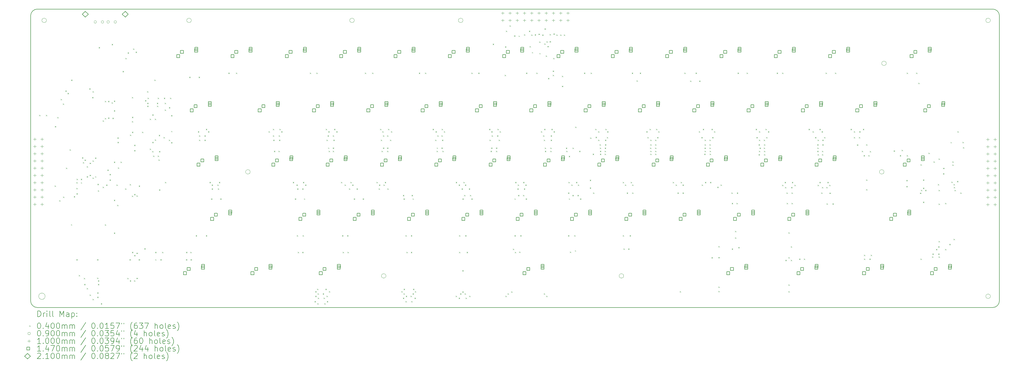
<source format=gbr>
%TF.GenerationSoftware,KiCad,Pcbnew,(6.0.9)*%
%TF.CreationDate,2023-03-10T16:35:44-06:00*%
%TF.ProjectId,BasePCB,42617365-5043-4422-9e6b-696361645f70,rev?*%
%TF.SameCoordinates,Original*%
%TF.FileFunction,Drillmap*%
%TF.FilePolarity,Positive*%
%FSLAX45Y45*%
G04 Gerber Fmt 4.5, Leading zero omitted, Abs format (unit mm)*
G04 Created by KiCad (PCBNEW (6.0.9)) date 2023-03-10 16:35:44*
%MOMM*%
%LPD*%
G01*
G04 APERTURE LIST*
%ADD10C,0.150000*%
%ADD11C,0.100000*%
%ADD12C,0.200000*%
%ADD13C,0.040000*%
%ADD14C,0.090000*%
%ADD15C,0.147000*%
%ADD16C,0.210000*%
G04 APERTURE END LIST*
D10*
X-15398750Y4524375D02*
X-15398750Y14525625D01*
D11*
X-2936875Y5397500D02*
G75*
G03*
X-2936875Y5397500I-79375J0D01*
G01*
D10*
X18335625Y4286250D02*
G75*
G03*
X18573750Y4524375I-5J238130D01*
G01*
X18573750Y14525625D02*
G75*
G03*
X18335625Y14763750I-238130J-5D01*
G01*
D11*
X-14843125Y14366875D02*
G75*
G03*
X-14843125Y14366875I-79375J0D01*
G01*
D10*
X18335625Y4286250D02*
X-15160625Y4286250D01*
X-15398750Y4524375D02*
G75*
G03*
X-15160625Y4286250I238125J0D01*
G01*
X18335625Y14763750D02*
X-15160625Y14763750D01*
D11*
X5397500Y5397500D02*
G75*
G03*
X5397500Y5397500I-79375J0D01*
G01*
X-4048125Y14366875D02*
G75*
G03*
X-4048125Y14366875I-79375J0D01*
G01*
X18256250Y4683125D02*
G75*
G03*
X18256250Y4683125I-79375J0D01*
G01*
X18176875Y4683125D02*
G75*
G03*
X18176875Y4683125I0J0D01*
G01*
X-9763125Y14366875D02*
G75*
G03*
X-9763125Y14366875I-79375J0D01*
G01*
X14525625Y9048750D02*
G75*
G03*
X14525625Y9048750I-79375J0D01*
G01*
D10*
X-15160625Y14763750D02*
G75*
G03*
X-15398750Y14525625I0J-238125D01*
G01*
X18573750Y4524375D02*
X18573750Y14525625D01*
D11*
X-238125Y14366875D02*
G75*
G03*
X-238125Y14366875I-79375J0D01*
G01*
X14605000Y12858750D02*
G75*
G03*
X14605000Y12858750I-79375J0D01*
G01*
X-14889622Y4683125D02*
G75*
G03*
X-14889622Y4683125I-112253J0D01*
G01*
X18256250Y14366875D02*
G75*
G03*
X18256250Y14366875I-79375J0D01*
G01*
X-7699375Y9048750D02*
G75*
G03*
X-7699375Y9048750I-79375J0D01*
G01*
D12*
D13*
X-15101250Y11053125D02*
X-15061250Y11013125D01*
X-15061250Y11053125D02*
X-15101250Y11013125D01*
X-14863125Y11053125D02*
X-14823125Y11013125D01*
X-14823125Y11053125D02*
X-14863125Y11013125D01*
X-14557500Y8567500D02*
X-14517500Y8527500D01*
X-14517500Y8567500D02*
X-14557500Y8527500D01*
X-14547500Y10657500D02*
X-14507500Y10617500D01*
X-14507500Y10657500D02*
X-14547500Y10617500D01*
X-14466250Y10973750D02*
X-14426250Y10933750D01*
X-14426250Y10973750D02*
X-14466250Y10933750D01*
X-14397500Y8052500D02*
X-14357500Y8012500D01*
X-14357500Y8052500D02*
X-14397500Y8012500D01*
X-14345600Y11608750D02*
X-14305600Y11568750D01*
X-14305600Y11608750D02*
X-14345600Y11568750D01*
X-14269400Y11450000D02*
X-14229400Y11410000D01*
X-14229400Y11450000D02*
X-14269400Y11410000D01*
X-14260000Y8180000D02*
X-14220000Y8140000D01*
X-14220000Y8180000D02*
X-14260000Y8140000D01*
X-14180500Y11907200D02*
X-14140500Y11867200D01*
X-14140500Y11907200D02*
X-14180500Y11867200D01*
X-14159000Y9199000D02*
X-14119000Y9159000D01*
X-14119000Y9199000D02*
X-14159000Y9159000D01*
X-14104300Y11818300D02*
X-14064300Y11778300D01*
X-14064300Y11818300D02*
X-14104300Y11778300D01*
X-14031650Y9842500D02*
X-13991650Y9802500D01*
X-13991650Y9842500D02*
X-14031650Y9802500D01*
X-13985000Y7210000D02*
X-13945000Y7170000D01*
X-13945000Y7210000D02*
X-13985000Y7170000D01*
X-13977300Y12288200D02*
X-13937300Y12248200D01*
X-13937300Y12288200D02*
X-13977300Y12248200D01*
X-13882500Y8197500D02*
X-13842500Y8157500D01*
X-13842500Y8197500D02*
X-13882500Y8157500D01*
X-13795000Y5982500D02*
X-13755000Y5942500D01*
X-13755000Y5982500D02*
X-13795000Y5942500D01*
X-13792500Y8690000D02*
X-13752500Y8650000D01*
X-13752500Y8690000D02*
X-13792500Y8650000D01*
X-13792500Y8487500D02*
X-13752500Y8447500D01*
X-13752500Y8487500D02*
X-13792500Y8447500D01*
X-13790000Y8300000D02*
X-13750000Y8260000D01*
X-13750000Y8300000D02*
X-13790000Y8260000D01*
X-13783250Y8807500D02*
X-13743250Y8767500D01*
X-13743250Y8807500D02*
X-13783250Y8767500D01*
X-13710600Y5430200D02*
X-13670600Y5390200D01*
X-13670600Y5430200D02*
X-13710600Y5390200D01*
X-13637950Y8807500D02*
X-13597950Y8767500D01*
X-13597950Y8807500D02*
X-13637950Y8767500D01*
X-13637950Y8685000D02*
X-13597950Y8645000D01*
X-13597950Y8685000D02*
X-13637950Y8645000D01*
X-13595000Y9560000D02*
X-13555000Y9520000D01*
X-13555000Y9560000D02*
X-13595000Y9520000D01*
X-13564400Y9388100D02*
X-13524400Y9348100D01*
X-13524400Y9388100D02*
X-13564400Y9348100D01*
X-13532800Y5328600D02*
X-13492800Y5288600D01*
X-13492800Y5328600D02*
X-13532800Y5288600D01*
X-13520100Y5112700D02*
X-13480100Y5072700D01*
X-13480100Y5112700D02*
X-13520100Y5072700D01*
X-13503850Y9480000D02*
X-13463850Y9440000D01*
X-13463850Y9480000D02*
X-13503850Y9440000D01*
X-13431200Y9246300D02*
X-13391200Y9206300D01*
X-13391200Y9246300D02*
X-13431200Y9206300D01*
X-13431200Y8896200D02*
X-13391200Y8856200D01*
X-13391200Y8896200D02*
X-13431200Y8856200D01*
X-13431200Y4973000D02*
X-13391200Y4933000D01*
X-13391200Y4973000D02*
X-13431200Y4933000D01*
X-13342300Y11983400D02*
X-13302300Y11943400D01*
X-13302300Y11983400D02*
X-13342300Y11943400D01*
X-13329600Y9370000D02*
X-13289600Y9330000D01*
X-13289600Y9370000D02*
X-13329600Y9330000D01*
X-13329600Y8946875D02*
X-13289600Y8906875D01*
X-13289600Y8946875D02*
X-13329600Y8906875D01*
X-13329600Y4744400D02*
X-13289600Y4704400D01*
X-13289600Y4744400D02*
X-13329600Y4704400D01*
X-13240700Y11678600D02*
X-13200700Y11638600D01*
X-13200700Y11678600D02*
X-13240700Y11638600D01*
X-13228375Y11881800D02*
X-13188375Y11841800D01*
X-13188375Y11881800D02*
X-13228375Y11841800D01*
X-13228000Y9449500D02*
X-13188000Y9409500D01*
X-13188000Y9449500D02*
X-13228000Y9409500D01*
X-13228000Y8852000D02*
X-13188000Y8812000D01*
X-13188000Y8852000D02*
X-13228000Y8812000D01*
X-13228000Y4592000D02*
X-13188000Y4552000D01*
X-13188000Y4592000D02*
X-13228000Y4552000D01*
X-13139100Y9550900D02*
X-13099100Y9510900D01*
X-13099100Y9550900D02*
X-13139100Y9510900D01*
X-13137667Y8894779D02*
X-13097667Y8854779D01*
X-13097667Y8894779D02*
X-13137667Y8854779D01*
X-13066450Y5982500D02*
X-13026450Y5942500D01*
X-13026450Y5982500D02*
X-13066450Y5942500D01*
X-13066450Y5335366D02*
X-13026450Y5295366D01*
X-13026450Y5335366D02*
X-13066450Y5295366D01*
X-13062900Y4820600D02*
X-13022900Y4780600D01*
X-13022900Y4820600D02*
X-13062900Y4780600D01*
X-13062900Y4668200D02*
X-13022900Y4628200D01*
X-13022900Y4668200D02*
X-13062900Y4628200D01*
X-13052650Y8627329D02*
X-13012650Y8587329D01*
X-13012650Y8627329D02*
X-13052650Y8587329D01*
X-13040000Y8397500D02*
X-13000000Y8357500D01*
X-13000000Y8397500D02*
X-13040000Y8357500D01*
X-13037500Y5239700D02*
X-12997500Y5199700D01*
X-12997500Y5239700D02*
X-13037500Y5199700D01*
X-13037500Y5112700D02*
X-12997500Y5072700D01*
X-12997500Y5112700D02*
X-13037500Y5072700D01*
X-13012100Y13431200D02*
X-12972100Y13391200D01*
X-12972100Y13431200D02*
X-13012100Y13391200D01*
X-12935900Y4436050D02*
X-12895900Y4396050D01*
X-12895900Y4436050D02*
X-12935900Y4396050D01*
X-12872400Y8529000D02*
X-12832400Y8489000D01*
X-12832400Y8529000D02*
X-12872400Y8489000D01*
X-12868850Y10853100D02*
X-12828850Y10813100D01*
X-12828850Y10853100D02*
X-12868850Y10813100D01*
X-12796200Y11538900D02*
X-12756200Y11498900D01*
X-12756200Y11538900D02*
X-12796200Y11498900D01*
X-12796200Y10942000D02*
X-12756200Y10902000D01*
X-12756200Y10942000D02*
X-12796200Y10902000D01*
X-12795804Y7208946D02*
X-12755804Y7168946D01*
X-12755804Y7208946D02*
X-12795804Y7168946D01*
X-12748150Y8605200D02*
X-12708150Y8565200D01*
X-12708150Y8605200D02*
X-12748150Y8565200D01*
X-12707300Y9125900D02*
X-12667300Y9085900D01*
X-12667300Y9125900D02*
X-12707300Y9085900D01*
X-12681900Y11538900D02*
X-12641900Y11498900D01*
X-12641900Y11538900D02*
X-12681900Y11498900D01*
X-12681900Y10954700D02*
X-12641900Y10914700D01*
X-12641900Y10954700D02*
X-12681900Y10914700D01*
X-12631100Y8977125D02*
X-12591100Y8937125D01*
X-12591100Y8977125D02*
X-12631100Y8937125D01*
X-12631100Y8783000D02*
X-12591100Y8743000D01*
X-12591100Y8783000D02*
X-12631100Y8743000D01*
X-12558107Y11490900D02*
X-12518107Y11450900D01*
X-12518107Y11490900D02*
X-12558107Y11450900D01*
X-12554900Y13538450D02*
X-12514900Y13498450D01*
X-12514900Y13538450D02*
X-12554900Y13498450D01*
X-12529500Y10951150D02*
X-12489500Y10911150D01*
X-12489500Y10951150D02*
X-12529500Y10911150D01*
X-12478700Y11551600D02*
X-12438700Y11511600D01*
X-12438700Y11551600D02*
X-12478700Y11511600D01*
X-12478700Y11208700D02*
X-12438700Y11168700D01*
X-12438700Y11208700D02*
X-12478700Y11168700D01*
X-12478700Y9408100D02*
X-12438700Y9368100D01*
X-12438700Y9408100D02*
X-12478700Y9368100D01*
X-12478700Y8071800D02*
X-12438700Y8031800D01*
X-12438700Y8071800D02*
X-12478700Y8031800D01*
X-12478700Y6916100D02*
X-12438700Y6876100D01*
X-12438700Y6916100D02*
X-12478700Y6876100D01*
X-12389800Y8605200D02*
X-12349800Y8565200D01*
X-12349800Y8605200D02*
X-12389800Y8565200D01*
X-12364400Y7894000D02*
X-12324400Y7854000D01*
X-12324400Y7894000D02*
X-12364400Y7854000D01*
X-12352375Y10259625D02*
X-12312375Y10219625D01*
X-12312375Y10259625D02*
X-12352375Y10219625D01*
X-12351700Y10101625D02*
X-12311700Y10061625D01*
X-12311700Y10101625D02*
X-12351700Y10061625D01*
X-12339000Y9202100D02*
X-12299000Y9162100D01*
X-12299000Y9202100D02*
X-12339000Y9162100D01*
X-12245250Y9408100D02*
X-12205250Y9368100D01*
X-12205250Y9408100D02*
X-12245250Y9368100D01*
X-12173900Y12593000D02*
X-12133900Y12553000D01*
X-12133900Y12593000D02*
X-12173900Y12553000D01*
X-12085000Y8469050D02*
X-12045000Y8429050D01*
X-12045000Y8469050D02*
X-12085000Y8429050D01*
X-12078900Y13050200D02*
X-12038900Y13010200D01*
X-12038900Y13050200D02*
X-12078900Y13010200D01*
X-12008800Y5328600D02*
X-11968800Y5288600D01*
X-11968800Y5328600D02*
X-12008800Y5288600D01*
X-11996100Y13240700D02*
X-11956100Y13200700D01*
X-11956100Y13240700D02*
X-11996100Y13200700D01*
X-11930000Y5982500D02*
X-11890000Y5942500D01*
X-11890000Y5982500D02*
X-11930000Y5942500D01*
X-11926250Y8621450D02*
X-11886250Y8581450D01*
X-11886250Y8621450D02*
X-11926250Y8581450D01*
X-11919900Y5239700D02*
X-11879900Y5199700D01*
X-11879900Y5239700D02*
X-11919900Y5199700D01*
X-11916350Y10357800D02*
X-11876350Y10317800D01*
X-11876350Y10357800D02*
X-11916350Y10317800D01*
X-11847250Y11678600D02*
X-11807250Y11638600D01*
X-11807250Y11678600D02*
X-11847250Y11638600D01*
X-11846250Y10830250D02*
X-11806250Y10790250D01*
X-11806250Y10830250D02*
X-11846250Y10790250D01*
X-11846250Y8214050D02*
X-11806250Y8174050D01*
X-11806250Y8214050D02*
X-11846250Y8174050D01*
X-11843700Y10980100D02*
X-11803700Y10940100D01*
X-11803700Y10980100D02*
X-11843700Y10940100D01*
X-11843700Y10459400D02*
X-11803700Y10419400D01*
X-11803700Y10459400D02*
X-11843700Y10419400D01*
X-11843700Y6243000D02*
X-11803700Y6203000D01*
X-11803700Y6243000D02*
X-11843700Y6203000D01*
X-11805600Y13380400D02*
X-11765600Y13340400D01*
X-11765600Y13380400D02*
X-11805600Y13340400D01*
X-11771050Y5239700D02*
X-11731050Y5199700D01*
X-11731050Y5239700D02*
X-11771050Y5199700D01*
X-11767500Y10002200D02*
X-11727500Y9962200D01*
X-11727500Y10002200D02*
X-11767500Y9962200D01*
X-11767500Y9811700D02*
X-11727500Y9771700D01*
X-11727500Y9811700D02*
X-11767500Y9771700D01*
X-11767208Y8275226D02*
X-11727208Y8235226D01*
X-11727208Y8275226D02*
X-11767208Y8235226D01*
X-11767208Y6128700D02*
X-11727208Y6088700D01*
X-11727208Y6128700D02*
X-11767208Y6088700D01*
X-11716700Y13266100D02*
X-11676700Y13226100D01*
X-11676700Y13266100D02*
X-11716700Y13226100D01*
X-11688125Y6211250D02*
X-11648125Y6171250D01*
X-11648125Y6211250D02*
X-11688125Y6171250D01*
X-11688125Y5331775D02*
X-11648125Y5291775D01*
X-11648125Y5331775D02*
X-11688125Y5291775D01*
X-11684257Y8219466D02*
X-11644257Y8179466D01*
X-11644257Y8219466D02*
X-11684257Y8179466D01*
X-11607500Y5982500D02*
X-11567500Y5942500D01*
X-11567500Y5982500D02*
X-11607500Y5942500D01*
X-11606250Y8570950D02*
X-11566250Y8530950D01*
X-11566250Y8570950D02*
X-11606250Y8530950D01*
X-11489526Y10459056D02*
X-11449526Y10419056D01*
X-11449526Y10459056D02*
X-11489526Y10419056D01*
X-11411900Y6370000D02*
X-11371900Y6330000D01*
X-11371900Y6370000D02*
X-11411900Y6330000D01*
X-11386500Y11564300D02*
X-11346500Y11524300D01*
X-11346500Y11564300D02*
X-11386500Y11524300D01*
X-11313850Y11881800D02*
X-11273850Y11841800D01*
X-11273850Y11881800D02*
X-11313850Y11841800D01*
X-11310300Y11475400D02*
X-11270300Y11435400D01*
X-11270300Y11475400D02*
X-11310300Y11435400D01*
X-11310300Y11373800D02*
X-11270300Y11333800D01*
X-11270300Y11373800D02*
X-11310300Y11333800D01*
X-11294050Y11653200D02*
X-11254050Y11613200D01*
X-11254050Y11653200D02*
X-11294050Y11613200D01*
X-11221400Y10916600D02*
X-11181400Y10876600D01*
X-11181400Y10916600D02*
X-11221400Y10876600D01*
X-11221400Y9867975D02*
X-11181400Y9827975D01*
X-11181400Y9867975D02*
X-11221400Y9827975D01*
X-11135000Y9780625D02*
X-11095000Y9740625D01*
X-11095000Y9780625D02*
X-11135000Y9740625D01*
X-11132500Y11069000D02*
X-11092500Y11029000D01*
X-11092500Y11069000D02*
X-11132500Y11029000D01*
X-11132500Y10103800D02*
X-11092500Y10063800D01*
X-11092500Y10103800D02*
X-11132500Y10063800D01*
X-11103550Y9621200D02*
X-11063550Y9581200D01*
X-11063550Y9621200D02*
X-11103550Y9581200D01*
X-11059850Y12288200D02*
X-11019850Y12248200D01*
X-11019850Y12288200D02*
X-11059850Y12248200D01*
X-11045000Y10187975D02*
X-11005000Y10147975D01*
X-11005000Y10187975D02*
X-11045000Y10147975D01*
X-11043600Y10916600D02*
X-11003600Y10876600D01*
X-11003600Y10916600D02*
X-11043600Y10876600D01*
X-11030900Y6243000D02*
X-10990900Y6203000D01*
X-10990900Y6243000D02*
X-11030900Y6203000D01*
X-11030000Y5982500D02*
X-10990000Y5942500D01*
X-10990000Y5982500D02*
X-11030000Y5942500D01*
X-10970950Y11475400D02*
X-10930950Y11435400D01*
X-10930950Y11475400D02*
X-10970950Y11435400D01*
X-10967400Y11373800D02*
X-10927400Y11333800D01*
X-10927400Y11373800D02*
X-10967400Y11333800D01*
X-10942000Y11653200D02*
X-10902000Y11613200D01*
X-10902000Y11653200D02*
X-10942000Y11613200D01*
X-10942000Y9621200D02*
X-10902000Y9581200D01*
X-10902000Y9621200D02*
X-10942000Y9581200D01*
X-10916600Y9481500D02*
X-10876600Y9441500D01*
X-10876600Y9481500D02*
X-10916600Y9441500D01*
X-10903900Y10345100D02*
X-10863900Y10305100D01*
X-10863900Y10345100D02*
X-10903900Y10305100D01*
X-10894375Y9783125D02*
X-10854375Y9743125D01*
X-10854375Y9783125D02*
X-10894375Y9743125D01*
X-10894375Y8433750D02*
X-10854375Y8393750D01*
X-10854375Y8433750D02*
X-10894375Y8393750D01*
X-10850000Y5982500D02*
X-10810000Y5942500D01*
X-10810000Y5982500D02*
X-10850000Y5942500D01*
X-10789600Y6243000D02*
X-10749600Y6203000D01*
X-10749600Y6243000D02*
X-10789600Y6203000D01*
X-10738800Y10268900D02*
X-10698800Y10228900D01*
X-10698800Y10268900D02*
X-10738800Y10228900D01*
X-10726100Y11653200D02*
X-10686100Y11613200D01*
X-10686100Y11653200D02*
X-10726100Y11613200D01*
X-10697150Y11475400D02*
X-10657150Y11435400D01*
X-10657150Y11475400D02*
X-10697150Y11435400D01*
X-10697150Y11234100D02*
X-10657150Y11194100D01*
X-10657150Y11234100D02*
X-10697150Y11194100D01*
X-10688000Y8694100D02*
X-10648000Y8654100D01*
X-10648000Y8694100D02*
X-10688000Y8654100D01*
X-10551850Y10180000D02*
X-10511850Y10140000D01*
X-10511850Y10180000D02*
X-10551850Y10140000D01*
X-10548300Y11323000D02*
X-10508300Y11283000D01*
X-10508300Y11323000D02*
X-10548300Y11283000D01*
X-10510200Y11653200D02*
X-10470200Y11613200D01*
X-10470200Y11653200D02*
X-10510200Y11613200D01*
X-10472100Y11043600D02*
X-10432100Y11003600D01*
X-10432100Y11043600D02*
X-10472100Y11003600D01*
X-10472100Y10488350D02*
X-10432100Y10448350D01*
X-10432100Y10488350D02*
X-10472100Y10448350D01*
X-10472100Y10091100D02*
X-10432100Y10051100D01*
X-10432100Y10091100D02*
X-10472100Y10051100D01*
X-9952500Y5982500D02*
X-9912500Y5942500D01*
X-9912500Y5982500D02*
X-9952500Y5942500D01*
X-9947025Y6243000D02*
X-9907025Y6203000D01*
X-9907025Y6243000D02*
X-9947025Y6203000D01*
X-9837100Y12389800D02*
X-9797100Y12349800D01*
X-9797100Y12389800D02*
X-9837100Y12349800D01*
X-9799000Y6243000D02*
X-9759000Y6203000D01*
X-9759000Y6243000D02*
X-9799000Y6203000D01*
X-9792500Y5982500D02*
X-9752500Y5942500D01*
X-9752500Y5982500D02*
X-9792500Y5942500D01*
X-9608500Y6827200D02*
X-9568500Y6787200D01*
X-9568500Y6827200D02*
X-9608500Y6787200D01*
X-9532300Y10472100D02*
X-9492300Y10432100D01*
X-9492300Y10472100D02*
X-9532300Y10432100D01*
X-9506900Y12389800D02*
X-9466900Y12349800D01*
X-9466900Y12389800D02*
X-9506900Y12349800D01*
X-9494200Y10332400D02*
X-9454200Y10292400D01*
X-9454200Y10332400D02*
X-9494200Y10292400D01*
X-9494200Y10180000D02*
X-9454200Y10140000D01*
X-9454200Y10180000D02*
X-9494200Y10140000D01*
X-9303700Y10332400D02*
X-9263700Y10292400D01*
X-9263700Y10332400D02*
X-9303700Y10292400D01*
X-9303700Y10180000D02*
X-9263700Y10140000D01*
X-9263700Y10180000D02*
X-9303700Y10140000D01*
X-9252900Y10561000D02*
X-9212900Y10521000D01*
X-9212900Y10561000D02*
X-9252900Y10521000D01*
X-9252900Y6827200D02*
X-9212900Y6787200D01*
X-9212900Y6827200D02*
X-9252900Y6787200D01*
X-9176700Y10472100D02*
X-9136700Y10432100D01*
X-9136700Y10472100D02*
X-9176700Y10432100D01*
X-9125900Y8694100D02*
X-9085900Y8654100D01*
X-9085900Y8694100D02*
X-9125900Y8654100D01*
X-9068750Y8116250D02*
X-9028750Y8076250D01*
X-9028750Y8116250D02*
X-9068750Y8076250D01*
X-9049700Y8605200D02*
X-9009700Y8565200D01*
X-9009700Y8605200D02*
X-9049700Y8565200D01*
X-9049700Y8465500D02*
X-9009700Y8425500D01*
X-9009700Y8465500D02*
X-9049700Y8425500D01*
X-8849225Y8605200D02*
X-8809225Y8565200D01*
X-8809225Y8605200D02*
X-8849225Y8565200D01*
X-8833800Y8465500D02*
X-8793800Y8425500D01*
X-8793800Y8465500D02*
X-8833800Y8425500D01*
X-8795700Y8694100D02*
X-8755700Y8654100D01*
X-8755700Y8694100D02*
X-8795700Y8654100D01*
X-8751250Y8116250D02*
X-8711250Y8076250D01*
X-8711250Y8116250D02*
X-8751250Y8076250D01*
X-8465500Y12529500D02*
X-8425500Y12489500D01*
X-8425500Y12529500D02*
X-8465500Y12489500D01*
X-8198800Y12529500D02*
X-8158800Y12489500D01*
X-8158800Y12529500D02*
X-8198800Y12489500D01*
X-7055800Y10472100D02*
X-7015800Y10432100D01*
X-7015800Y10472100D02*
X-7055800Y10432100D01*
X-6903400Y10561000D02*
X-6863400Y10521000D01*
X-6863400Y10561000D02*
X-6903400Y10521000D01*
X-6903400Y10332400D02*
X-6863400Y10292400D01*
X-6863400Y10332400D02*
X-6903400Y10292400D01*
X-6890700Y10180000D02*
X-6850700Y10140000D01*
X-6850700Y10180000D02*
X-6890700Y10140000D01*
X-6865300Y9786300D02*
X-6825300Y9746300D01*
X-6825300Y9786300D02*
X-6865300Y9746300D01*
X-6706100Y9786300D02*
X-6666100Y9746300D01*
X-6666100Y9786300D02*
X-6706100Y9746300D01*
X-6700200Y10332400D02*
X-6660200Y10292400D01*
X-6660200Y10332400D02*
X-6700200Y10292400D01*
X-6687500Y10180000D02*
X-6647500Y10140000D01*
X-6647500Y10180000D02*
X-6687500Y10140000D01*
X-6674800Y10561000D02*
X-6634800Y10521000D01*
X-6634800Y10561000D02*
X-6674800Y10521000D01*
X-6611300Y10472100D02*
X-6571300Y10432100D01*
X-6571300Y10472100D02*
X-6611300Y10432100D01*
X-6204900Y8694100D02*
X-6164900Y8654100D01*
X-6164900Y8694100D02*
X-6204900Y8654100D01*
X-6131875Y8116250D02*
X-6091875Y8076250D01*
X-6091875Y8116250D02*
X-6131875Y8076250D01*
X-6077900Y8605200D02*
X-6037900Y8565200D01*
X-6037900Y8605200D02*
X-6077900Y8565200D01*
X-6065200Y6827200D02*
X-6025200Y6787200D01*
X-6025200Y6827200D02*
X-6065200Y6787200D01*
X-6052500Y8465500D02*
X-6012500Y8425500D01*
X-6012500Y8465500D02*
X-6052500Y8425500D01*
X-6029900Y6243000D02*
X-5989900Y6203000D01*
X-5989900Y6243000D02*
X-6029900Y6203000D01*
X-5874700Y8465500D02*
X-5834700Y8425500D01*
X-5834700Y8465500D02*
X-5874700Y8425500D01*
X-5874700Y6243000D02*
X-5834700Y6203000D01*
X-5834700Y6243000D02*
X-5874700Y6203000D01*
X-5862000Y6827200D02*
X-5822000Y6787200D01*
X-5822000Y6827200D02*
X-5862000Y6787200D01*
X-5849300Y8694100D02*
X-5809300Y8654100D01*
X-5809300Y8694100D02*
X-5849300Y8654100D01*
X-5814375Y8116250D02*
X-5774375Y8076250D01*
X-5774375Y8116250D02*
X-5814375Y8076250D01*
X-5773100Y8605200D02*
X-5733100Y8565200D01*
X-5733100Y8605200D02*
X-5773100Y8565200D01*
X-5608000Y12529500D02*
X-5568000Y12489500D01*
X-5568000Y12529500D02*
X-5608000Y12489500D01*
X-5442900Y4515800D02*
X-5402900Y4475800D01*
X-5402900Y4515800D02*
X-5442900Y4475800D01*
X-5417500Y4861875D02*
X-5377500Y4821875D01*
X-5377500Y4861875D02*
X-5417500Y4821875D01*
X-5417500Y4703125D02*
X-5377500Y4663125D01*
X-5377500Y4703125D02*
X-5417500Y4663125D01*
X-5379400Y12529500D02*
X-5339400Y12489500D01*
X-5339400Y12529500D02*
X-5379400Y12489500D01*
X-5354000Y4947600D02*
X-5314000Y4907600D01*
X-5314000Y4947600D02*
X-5354000Y4907600D01*
X-5344850Y4436050D02*
X-5304850Y4396050D01*
X-5304850Y4436050D02*
X-5344850Y4396050D01*
X-5338125Y4782500D02*
X-5298125Y4742500D01*
X-5298125Y4782500D02*
X-5338125Y4742500D01*
X-5328600Y4630100D02*
X-5288600Y4590100D01*
X-5288600Y4630100D02*
X-5328600Y4590100D01*
X-5154350Y4782500D02*
X-5114350Y4742500D01*
X-5114350Y4782500D02*
X-5154350Y4742500D01*
X-5125400Y4630100D02*
X-5085400Y4590100D01*
X-5085400Y4630100D02*
X-5125400Y4590100D01*
X-5100000Y4439600D02*
X-5060000Y4399600D01*
X-5060000Y4439600D02*
X-5100000Y4399600D01*
X-5061900Y4947600D02*
X-5021900Y4907600D01*
X-5021900Y4947600D02*
X-5061900Y4907600D01*
X-5049200Y10561000D02*
X-5009200Y10521000D01*
X-5009200Y10561000D02*
X-5049200Y10521000D01*
X-5020625Y10180000D02*
X-4980625Y10140000D01*
X-4980625Y10180000D02*
X-5020625Y10140000D01*
X-5020625Y4703125D02*
X-4980625Y4663125D01*
X-4980625Y4703125D02*
X-5020625Y4663125D01*
X-5011100Y4515800D02*
X-4971100Y4475800D01*
X-4971100Y4515800D02*
X-5011100Y4475800D01*
X-4985700Y10332400D02*
X-4945700Y10292400D01*
X-4945700Y10332400D02*
X-4985700Y10292400D01*
X-4967500Y9902500D02*
X-4927500Y9862500D01*
X-4927500Y9902500D02*
X-4967500Y9862500D01*
X-4960300Y10472100D02*
X-4920300Y10432100D01*
X-4920300Y10472100D02*
X-4960300Y10432100D01*
X-4947600Y9786300D02*
X-4907600Y9746300D01*
X-4907600Y9786300D02*
X-4947600Y9746300D01*
X-4941250Y4861875D02*
X-4901250Y4821875D01*
X-4901250Y4861875D02*
X-4941250Y4821875D01*
X-4801100Y10332400D02*
X-4761100Y10292400D01*
X-4761100Y10332400D02*
X-4801100Y10292400D01*
X-4801100Y9786300D02*
X-4761100Y9746300D01*
X-4761100Y9786300D02*
X-4801100Y9746300D01*
X-4800000Y9902500D02*
X-4760000Y9862500D01*
X-4760000Y9902500D02*
X-4800000Y9862500D01*
X-4782500Y10180000D02*
X-4742500Y10140000D01*
X-4742500Y10180000D02*
X-4782500Y10140000D01*
X-4757100Y10561000D02*
X-4717100Y10521000D01*
X-4717100Y10561000D02*
X-4757100Y10521000D01*
X-4680900Y10472100D02*
X-4640900Y10432100D01*
X-4640900Y10472100D02*
X-4680900Y10432100D01*
X-4515800Y8694100D02*
X-4475800Y8654100D01*
X-4475800Y8694100D02*
X-4515800Y8654100D01*
X-4477700Y6827200D02*
X-4437700Y6787200D01*
X-4437700Y6827200D02*
X-4477700Y6787200D01*
X-4458275Y6243000D02*
X-4418275Y6203000D01*
X-4418275Y6243000D02*
X-4458275Y6203000D01*
X-4388800Y8605200D02*
X-4348800Y8565200D01*
X-4348800Y8605200D02*
X-4388800Y8565200D01*
X-4299900Y6827200D02*
X-4259900Y6787200D01*
X-4259900Y6827200D02*
X-4299900Y6787200D01*
X-4287200Y6243000D02*
X-4247200Y6203000D01*
X-4247200Y6243000D02*
X-4287200Y6203000D01*
X-4236400Y8465500D02*
X-4196400Y8425500D01*
X-4196400Y8465500D02*
X-4236400Y8425500D01*
X-4185600Y8694100D02*
X-4145600Y8654100D01*
X-4145600Y8694100D02*
X-4185600Y8654100D01*
X-4122100Y8605200D02*
X-4082100Y8565200D01*
X-4082100Y8605200D02*
X-4122100Y8565200D01*
X-4068125Y8116250D02*
X-4028125Y8076250D01*
X-4028125Y8116250D02*
X-4068125Y8076250D01*
X-3969700Y8465500D02*
X-3929700Y8425500D01*
X-3929700Y8465500D02*
X-3969700Y8425500D01*
X-3750625Y8116250D02*
X-3710625Y8076250D01*
X-3710625Y8116250D02*
X-3750625Y8076250D01*
X-3677600Y12529500D02*
X-3637600Y12489500D01*
X-3637600Y12529500D02*
X-3677600Y12489500D01*
X-3423600Y12529500D02*
X-3383600Y12489500D01*
X-3383600Y12529500D02*
X-3423600Y12489500D01*
X-3271200Y8694100D02*
X-3231200Y8654100D01*
X-3231200Y8694100D02*
X-3271200Y8654100D01*
X-3195000Y8465500D02*
X-3155000Y8425500D01*
X-3155000Y8465500D02*
X-3195000Y8425500D01*
X-3182300Y8605200D02*
X-3142300Y8565200D01*
X-3142300Y8605200D02*
X-3182300Y8565200D01*
X-3144200Y10561000D02*
X-3104200Y10521000D01*
X-3104200Y10561000D02*
X-3144200Y10521000D01*
X-3115625Y10180000D02*
X-3075625Y10140000D01*
X-3075625Y10180000D02*
X-3115625Y10140000D01*
X-3093400Y9786300D02*
X-3053400Y9746300D01*
X-3053400Y9786300D02*
X-3093400Y9746300D01*
X-3068000Y10472100D02*
X-3028000Y10432100D01*
X-3028000Y10472100D02*
X-3068000Y10432100D01*
X-3042600Y10332400D02*
X-3002600Y10292400D01*
X-3002600Y10332400D02*
X-3042600Y10292400D01*
X-3042500Y9902500D02*
X-3002500Y9862500D01*
X-3002500Y9902500D02*
X-3042500Y9862500D01*
X-3027100Y8605200D02*
X-2987100Y8565200D01*
X-2987100Y8605200D02*
X-3027100Y8565200D01*
X-2979100Y8694100D02*
X-2939100Y8654100D01*
X-2939100Y8694100D02*
X-2979100Y8654100D01*
X-2896100Y10332400D02*
X-2856100Y10292400D01*
X-2856100Y10332400D02*
X-2896100Y10292400D01*
X-2896100Y9902500D02*
X-2856100Y9862500D01*
X-2856100Y9902500D02*
X-2896100Y9862500D01*
X-2896100Y9786300D02*
X-2856100Y9746300D01*
X-2856100Y9786300D02*
X-2896100Y9746300D01*
X-2890200Y8465500D02*
X-2850200Y8425500D01*
X-2850200Y8465500D02*
X-2890200Y8425500D01*
X-2864800Y10561000D02*
X-2824800Y10521000D01*
X-2824800Y10561000D02*
X-2864800Y10521000D01*
X-2798125Y10180000D02*
X-2758125Y10140000D01*
X-2758125Y10180000D02*
X-2798125Y10140000D01*
X-2763200Y10472100D02*
X-2723200Y10432100D01*
X-2723200Y10472100D02*
X-2763200Y10432100D01*
X-2401250Y4861875D02*
X-2361250Y4821875D01*
X-2361250Y4861875D02*
X-2401250Y4821875D01*
X-2344100Y8236900D02*
X-2304100Y8196900D01*
X-2304100Y8236900D02*
X-2344100Y8196900D01*
X-2344100Y4630100D02*
X-2304100Y4590100D01*
X-2304100Y4630100D02*
X-2344100Y4590100D01*
X-2321875Y8116250D02*
X-2281875Y8076250D01*
X-2281875Y8116250D02*
X-2321875Y8076250D01*
X-2321875Y4782500D02*
X-2281875Y4742500D01*
X-2281875Y4782500D02*
X-2321875Y4742500D01*
X-2318700Y4947600D02*
X-2278700Y4907600D01*
X-2278700Y4947600D02*
X-2318700Y4907600D01*
X-2255200Y6827200D02*
X-2215200Y6787200D01*
X-2215200Y6827200D02*
X-2255200Y6787200D01*
X-2255200Y4515800D02*
X-2215200Y4475800D01*
X-2215200Y4515800D02*
X-2255200Y4475800D01*
X-2242500Y4703125D02*
X-2202500Y4663125D01*
X-2202500Y4703125D02*
X-2242500Y4663125D01*
X-2219900Y6243226D02*
X-2179900Y6203226D01*
X-2179900Y6243226D02*
X-2219900Y6203226D01*
X-2074600Y4703125D02*
X-2034600Y4663125D01*
X-2034600Y4703125D02*
X-2074600Y4663125D01*
X-2064926Y6243226D02*
X-2024926Y6203226D01*
X-2024926Y6243226D02*
X-2064926Y6203226D01*
X-2064700Y6827200D02*
X-2024700Y6787200D01*
X-2024700Y6827200D02*
X-2064700Y6787200D01*
X-2052000Y4515800D02*
X-2012000Y4475800D01*
X-2012000Y4515800D02*
X-2052000Y4475800D01*
X-2039300Y8236900D02*
X-1999300Y8196900D01*
X-1999300Y8236900D02*
X-2039300Y8196900D01*
X-2004375Y8116250D02*
X-1964375Y8076250D01*
X-1964375Y8116250D02*
X-2004375Y8076250D01*
X-2004375Y4782500D02*
X-1964375Y4742500D01*
X-1964375Y4782500D02*
X-2004375Y4742500D01*
X-1988500Y4947600D02*
X-1948500Y4907600D01*
X-1948500Y4947600D02*
X-1988500Y4907600D01*
X-1937700Y4630100D02*
X-1897700Y4590100D01*
X-1897700Y4630100D02*
X-1937700Y4590100D01*
X-1925000Y4861875D02*
X-1885000Y4821875D01*
X-1885000Y4861875D02*
X-1925000Y4821875D01*
X-1785300Y12529500D02*
X-1745300Y12489500D01*
X-1745300Y12529500D02*
X-1785300Y12489500D01*
X-1569400Y12529500D02*
X-1529400Y12489500D01*
X-1529400Y12529500D02*
X-1569400Y12489500D01*
X-1302700Y10561000D02*
X-1262700Y10521000D01*
X-1262700Y10561000D02*
X-1302700Y10521000D01*
X-1210625Y10180000D02*
X-1170625Y10140000D01*
X-1170625Y10180000D02*
X-1210625Y10140000D01*
X-1201100Y10472100D02*
X-1161100Y10432100D01*
X-1161100Y10472100D02*
X-1201100Y10432100D01*
X-1163000Y9786300D02*
X-1123000Y9746300D01*
X-1123000Y9786300D02*
X-1163000Y9746300D01*
X-1157500Y9902500D02*
X-1117500Y9862500D01*
X-1117500Y9902500D02*
X-1157500Y9862500D01*
X-1137600Y10332400D02*
X-1097600Y10292400D01*
X-1097600Y10332400D02*
X-1137600Y10292400D01*
X-991100Y10332400D02*
X-951100Y10292400D01*
X-951100Y10332400D02*
X-991100Y10292400D01*
X-991100Y9902500D02*
X-951100Y9862500D01*
X-951100Y9902500D02*
X-991100Y9862500D01*
X-985200Y10561000D02*
X-945200Y10521000D01*
X-945200Y10561000D02*
X-985200Y10521000D01*
X-972500Y10180000D02*
X-932500Y10140000D01*
X-932500Y10180000D02*
X-972500Y10140000D01*
X-959800Y9786300D02*
X-919800Y9746300D01*
X-919800Y9786300D02*
X-959800Y9746300D01*
X-909000Y10472100D02*
X-869000Y10432100D01*
X-869000Y10472100D02*
X-909000Y10432100D01*
X-496250Y4703125D02*
X-456250Y4663125D01*
X-456250Y4703125D02*
X-496250Y4663125D01*
X-489900Y8694100D02*
X-449900Y8654100D01*
X-449900Y8694100D02*
X-489900Y8654100D01*
X-388300Y8605200D02*
X-348300Y8565200D01*
X-348300Y8605200D02*
X-388300Y8565200D01*
X-388300Y4630100D02*
X-348300Y4590100D01*
X-348300Y4630100D02*
X-388300Y4590100D01*
X-375600Y6827200D02*
X-335600Y6787200D01*
X-335600Y6827200D02*
X-375600Y6787200D01*
X-375600Y6243000D02*
X-335600Y6203000D01*
X-335600Y6243000D02*
X-375600Y6203000D01*
X-337500Y4782500D02*
X-297500Y4742500D01*
X-297500Y4782500D02*
X-337500Y4742500D01*
X-286700Y8465500D02*
X-246700Y8425500D01*
X-246700Y8465500D02*
X-286700Y8425500D01*
X-261300Y5595300D02*
X-221300Y5555300D01*
X-221300Y5595300D02*
X-261300Y5555300D01*
X-260716Y4855150D02*
X-220716Y4815150D01*
X-220716Y4855150D02*
X-260716Y4815150D01*
X-258125Y8116250D02*
X-218125Y8076250D01*
X-218125Y8116250D02*
X-258125Y8076250D01*
X-223200Y8694100D02*
X-183200Y8654100D01*
X-183200Y8694100D02*
X-223200Y8654100D01*
X-197800Y8236900D02*
X-157800Y8196900D01*
X-157800Y8236900D02*
X-197800Y8196900D01*
X-178750Y4782500D02*
X-138750Y4742500D01*
X-138750Y4782500D02*
X-178750Y4742500D01*
X-168082Y8605200D02*
X-128082Y8565200D01*
X-128082Y8605200D02*
X-168082Y8565200D01*
X-159700Y6827200D02*
X-119700Y6787200D01*
X-119700Y6827200D02*
X-159700Y6787200D01*
X-147000Y4630100D02*
X-107000Y4590100D01*
X-107000Y4630100D02*
X-147000Y4590100D01*
X-108329Y6243571D02*
X-68329Y6203571D01*
X-68329Y6243571D02*
X-108329Y6203571D01*
X-32700Y8465500D02*
X7300Y8425500D01*
X7300Y8465500D02*
X-32700Y8425500D01*
X-20000Y4703125D02*
X20000Y4663125D01*
X20000Y4703125D02*
X-20000Y4663125D01*
X5400Y8236900D02*
X45400Y8196900D01*
X45400Y8236900D02*
X5400Y8196900D01*
X56200Y12529500D02*
X96200Y12489500D01*
X96200Y12529500D02*
X56200Y12489500D01*
X59375Y8116250D02*
X99375Y8076250D01*
X99375Y8116250D02*
X59375Y8076250D01*
X297500Y12529500D02*
X337500Y12489500D01*
X337500Y12529500D02*
X297500Y12489500D01*
X678500Y10561000D02*
X718500Y10521000D01*
X718500Y10561000D02*
X678500Y10521000D01*
X694375Y10180000D02*
X734375Y10140000D01*
X734375Y10180000D02*
X694375Y10140000D01*
X729300Y9786300D02*
X769300Y9746300D01*
X769300Y9786300D02*
X729300Y9746300D01*
X752500Y9902500D02*
X792500Y9862500D01*
X792500Y9902500D02*
X752500Y9862500D01*
X754700Y10472100D02*
X794700Y10432100D01*
X794700Y10472100D02*
X754700Y10432100D01*
X767400Y10332400D02*
X807400Y10292400D01*
X807400Y10332400D02*
X767400Y10292400D01*
X805500Y13545250D02*
X845500Y13505250D01*
X845500Y13545250D02*
X805500Y13505250D01*
X919800Y9786300D02*
X959800Y9746300D01*
X959800Y9786300D02*
X919800Y9746300D01*
X922500Y9902500D02*
X962500Y9862500D01*
X962500Y9902500D02*
X922500Y9862500D01*
X957900Y10332400D02*
X997900Y10292400D01*
X997900Y10332400D02*
X957900Y10292400D01*
X970600Y10561000D02*
X1010600Y10521000D01*
X1010600Y10561000D02*
X970600Y10521000D01*
X1011875Y10180000D02*
X1051875Y10140000D01*
X1051875Y10180000D02*
X1011875Y10140000D01*
X1046800Y10472100D02*
X1086800Y10432100D01*
X1086800Y10472100D02*
X1046800Y10432100D01*
X1224600Y12456850D02*
X1264600Y12416850D01*
X1264600Y12456850D02*
X1224600Y12416850D01*
X1237300Y13456600D02*
X1277300Y13416600D01*
X1277300Y13456600D02*
X1237300Y13416600D01*
X1250000Y4703125D02*
X1290000Y4663125D01*
X1290000Y4703125D02*
X1250000Y4663125D01*
X1265000Y14006250D02*
X1305000Y13966250D01*
X1305000Y14006250D02*
X1265000Y13966250D01*
X1329375Y4782500D02*
X1369375Y4742500D01*
X1369375Y4782500D02*
X1329375Y4742500D01*
X1392875Y14192875D02*
X1432875Y14152875D01*
X1432875Y14192875D02*
X1392875Y14152875D01*
X1453200Y4855150D02*
X1493200Y4815150D01*
X1493200Y4855150D02*
X1453200Y4815150D01*
X1510350Y6350950D02*
X1550350Y6310950D01*
X1550350Y6350950D02*
X1510350Y6310950D01*
X1552500Y13840000D02*
X1592500Y13800000D01*
X1592500Y13840000D02*
X1552500Y13800000D01*
X1567500Y8116250D02*
X1607500Y8076250D01*
X1607500Y8116250D02*
X1567500Y8076250D01*
X1567500Y6827200D02*
X1607500Y6787200D01*
X1607500Y6827200D02*
X1567500Y6787200D01*
X1580200Y6243000D02*
X1620200Y6203000D01*
X1620200Y6243000D02*
X1580200Y6203000D01*
X1592900Y8694100D02*
X1632900Y8654100D01*
X1632900Y8694100D02*
X1592900Y8654100D01*
X1669100Y8465500D02*
X1709100Y8425500D01*
X1709100Y8465500D02*
X1669100Y8425500D01*
X1681800Y8605200D02*
X1721800Y8565200D01*
X1721800Y8605200D02*
X1681800Y8565200D01*
X1694500Y8236900D02*
X1734500Y8196900D01*
X1734500Y8236900D02*
X1694500Y8196900D01*
X1712500Y13832500D02*
X1752500Y13792500D01*
X1752500Y13832500D02*
X1712500Y13792500D01*
X1735400Y6249925D02*
X1775400Y6209925D01*
X1775400Y6249925D02*
X1735400Y6209925D01*
X1770700Y6827200D02*
X1810700Y6787200D01*
X1810700Y6827200D02*
X1770700Y6787200D01*
X1866400Y8236900D02*
X1906400Y8196900D01*
X1906400Y8236900D02*
X1866400Y8196900D01*
X1872300Y8694100D02*
X1912300Y8654100D01*
X1912300Y8694100D02*
X1872300Y8654100D01*
X1897700Y8465500D02*
X1937700Y8425500D01*
X1937700Y8465500D02*
X1897700Y8425500D01*
X1900875Y13876625D02*
X1940875Y13836625D01*
X1940875Y13876625D02*
X1900875Y13836625D01*
X1948500Y8605200D02*
X1988500Y8565200D01*
X1988500Y8605200D02*
X1948500Y8565200D01*
X1964375Y8116250D02*
X2004375Y8076250D01*
X2004375Y8116250D02*
X1964375Y8076250D01*
X1973900Y12529500D02*
X2013900Y12489500D01*
X2013900Y12529500D02*
X1973900Y12489500D01*
X2075000Y14002500D02*
X2115000Y13962500D01*
X2115000Y14002500D02*
X2075000Y13962500D01*
X2100000Y13465000D02*
X2140000Y13425000D01*
X2140000Y13465000D02*
X2100000Y13425000D01*
X2155000Y13872500D02*
X2195000Y13832500D01*
X2195000Y13872500D02*
X2155000Y13832500D01*
X2177500Y13255000D02*
X2217500Y13215000D01*
X2217500Y13255000D02*
X2177500Y13215000D01*
X2280000Y13877500D02*
X2320000Y13837500D01*
X2320000Y13877500D02*
X2280000Y13837500D01*
X2333833Y12531167D02*
X2373833Y12491167D01*
X2373833Y12531167D02*
X2333833Y12491167D01*
X2410000Y13900000D02*
X2450000Y13860000D01*
X2450000Y13900000D02*
X2410000Y13860000D01*
X2436371Y13623871D02*
X2476371Y13583871D01*
X2476371Y13623871D02*
X2436371Y13583871D01*
X2440000Y13222500D02*
X2480000Y13182500D01*
X2480000Y13222500D02*
X2440000Y13182500D01*
X2494600Y10472100D02*
X2534600Y10432100D01*
X2534600Y10472100D02*
X2494600Y10432100D01*
X2542500Y13872150D02*
X2582500Y13832150D01*
X2582500Y13872150D02*
X2542500Y13832150D01*
X2570800Y10332400D02*
X2610800Y10292400D01*
X2610800Y10332400D02*
X2570800Y10292400D01*
X2599375Y10180000D02*
X2639375Y10140000D01*
X2639375Y10180000D02*
X2599375Y10140000D01*
X2599375Y4782500D02*
X2639375Y4742500D01*
X2639375Y4782500D02*
X2599375Y4742500D01*
X2608900Y10561000D02*
X2648900Y10521000D01*
X2648900Y10561000D02*
X2608900Y10521000D01*
X2612650Y13557500D02*
X2652650Y13517500D01*
X2652650Y13557500D02*
X2612650Y13517500D01*
X2625000Y14085000D02*
X2665000Y14045000D01*
X2665000Y14085000D02*
X2625000Y14045000D01*
X2632500Y9900000D02*
X2672500Y9860000D01*
X2672500Y9900000D02*
X2632500Y9860000D01*
X2634300Y9786300D02*
X2674300Y9746300D01*
X2674300Y9786300D02*
X2634300Y9746300D01*
X2662650Y13135000D02*
X2702650Y13095000D01*
X2702650Y13135000D02*
X2662650Y13095000D01*
X2678750Y4703125D02*
X2718750Y4663125D01*
X2718750Y4703125D02*
X2678750Y4663125D01*
X2687500Y13635000D02*
X2727500Y13595000D01*
X2727500Y13635000D02*
X2687500Y13595000D01*
X2724850Y13467500D02*
X2764850Y13427500D01*
X2764850Y13467500D02*
X2724850Y13427500D01*
X2745000Y12343700D02*
X2785000Y12303700D01*
X2785000Y12343700D02*
X2745000Y12303700D01*
X2797500Y13636050D02*
X2837500Y13596050D01*
X2837500Y13636050D02*
X2797500Y13596050D01*
X2800000Y13887500D02*
X2840000Y13847500D01*
X2840000Y13887500D02*
X2800000Y13847500D01*
X2822500Y9897500D02*
X2862500Y9857500D01*
X2862500Y9897500D02*
X2822500Y9857500D01*
X2824800Y9786300D02*
X2864800Y9746300D01*
X2864800Y9786300D02*
X2824800Y9746300D01*
X2837500Y10332400D02*
X2877500Y10292400D01*
X2877500Y10332400D02*
X2837500Y10292400D01*
X2837500Y10180000D02*
X2877500Y10140000D01*
X2877500Y10180000D02*
X2837500Y10140000D01*
X2862900Y10561000D02*
X2902900Y10521000D01*
X2902900Y10561000D02*
X2862900Y10521000D01*
X2910150Y12605000D02*
X2950150Y12565000D01*
X2950150Y12605000D02*
X2910150Y12565000D01*
X2912500Y12458517D02*
X2952500Y12418517D01*
X2952500Y12458517D02*
X2912500Y12418517D01*
X2930000Y13047500D02*
X2970000Y13007500D01*
X2970000Y13047500D02*
X2930000Y13007500D01*
X2938049Y13907648D02*
X2978049Y13867648D01*
X2978049Y13907648D02*
X2938049Y13867648D01*
X2939100Y10472100D02*
X2979100Y10432100D01*
X2979100Y10472100D02*
X2939100Y10432100D01*
X3035000Y13872150D02*
X3075000Y13832150D01*
X3075000Y13872150D02*
X3035000Y13832150D01*
X3170000Y13872150D02*
X3210000Y13832150D01*
X3210000Y13872150D02*
X3170000Y13832150D01*
X3232500Y12425000D02*
X3272500Y12385000D01*
X3272500Y12425000D02*
X3232500Y12385000D01*
X3232500Y12070000D02*
X3272500Y12030000D01*
X3272500Y12070000D02*
X3232500Y12030000D01*
X3302500Y13872150D02*
X3342500Y13832150D01*
X3342500Y13872150D02*
X3302500Y13832150D01*
X3371147Y9898270D02*
X3411147Y9858270D01*
X3411147Y9898270D02*
X3371147Y9858270D01*
X3383600Y9786300D02*
X3423600Y9746300D01*
X3423600Y9786300D02*
X3383600Y9746300D01*
X3447100Y8325800D02*
X3487100Y8285800D01*
X3487100Y8325800D02*
X3447100Y8285800D01*
X3447100Y6827200D02*
X3487100Y6787200D01*
X3487100Y6827200D02*
X3447100Y6787200D01*
X3459800Y8694100D02*
X3499800Y8654100D01*
X3499800Y8694100D02*
X3459800Y8654100D01*
X3472500Y9608500D02*
X3512500Y9568500D01*
X3512500Y9608500D02*
X3472500Y9568500D01*
X3472500Y8116250D02*
X3512500Y8076250D01*
X3512500Y8116250D02*
X3472500Y8076250D01*
X3510600Y6249925D02*
X3550600Y6209925D01*
X3550600Y6249925D02*
X3510600Y6209925D01*
X3561400Y8605200D02*
X3601400Y8565200D01*
X3601400Y8605200D02*
X3561400Y8565200D01*
X3599500Y8236900D02*
X3639500Y8196900D01*
X3639500Y8236900D02*
X3599500Y8196900D01*
X3605000Y9897500D02*
X3645000Y9857500D01*
X3645000Y9897500D02*
X3605000Y9857500D01*
X3663000Y6827200D02*
X3703000Y6787200D01*
X3703000Y6827200D02*
X3663000Y6787200D01*
X3685796Y6295325D02*
X3725796Y6255325D01*
X3725796Y6295325D02*
X3685796Y6255325D01*
X3697500Y10633650D02*
X3737500Y10593650D01*
X3737500Y10633650D02*
X3697500Y10593650D01*
X3726500Y8694100D02*
X3766500Y8654100D01*
X3766500Y8694100D02*
X3726500Y8654100D01*
X3777300Y8236900D02*
X3817300Y8196900D01*
X3817300Y8236900D02*
X3777300Y8196900D01*
X3790000Y8605200D02*
X3830000Y8565200D01*
X3830000Y8605200D02*
X3790000Y8565200D01*
X3836200Y9786300D02*
X3876200Y9746300D01*
X3876200Y9786300D02*
X3836200Y9746300D01*
X3869375Y8116250D02*
X3909375Y8076250D01*
X3909375Y8116250D02*
X3869375Y8076250D01*
X4007567Y12531167D02*
X4047567Y12491167D01*
X4047567Y12531167D02*
X4007567Y12491167D01*
X4209100Y8770300D02*
X4249100Y8730300D01*
X4249100Y8770300D02*
X4209100Y8730300D01*
X4209100Y8503600D02*
X4249100Y8463600D01*
X4249100Y8503600D02*
X4209100Y8463600D01*
X4221800Y10252650D02*
X4261800Y10212650D01*
X4261800Y10252650D02*
X4221800Y10212650D01*
X4237274Y12531167D02*
X4277274Y12491167D01*
X4277274Y12531167D02*
X4237274Y12491167D01*
X4310700Y9684700D02*
X4350700Y9644700D01*
X4350700Y9684700D02*
X4310700Y9644700D01*
X4323400Y8325800D02*
X4363400Y8285800D01*
X4363400Y8325800D02*
X4323400Y8285800D01*
X4399600Y10561000D02*
X4439600Y10521000D01*
X4439600Y10561000D02*
X4399600Y10521000D01*
X4412300Y10281600D02*
X4452300Y10241600D01*
X4452300Y10281600D02*
X4412300Y10241600D01*
X4501200Y10472100D02*
X4541200Y10432100D01*
X4541200Y10472100D02*
X4501200Y10432100D01*
X4504375Y10180000D02*
X4544375Y10140000D01*
X4544375Y10180000D02*
X4504375Y10140000D01*
X4552000Y10014900D02*
X4592000Y9974900D01*
X4592000Y10014900D02*
X4552000Y9974900D01*
X4560000Y9897500D02*
X4600000Y9857500D01*
X4600000Y9897500D02*
X4560000Y9857500D01*
X4564700Y9786300D02*
X4604700Y9746300D01*
X4604700Y9786300D02*
X4564700Y9746300D01*
X4564700Y9684700D02*
X4604700Y9644700D01*
X4604700Y9684700D02*
X4564700Y9644700D01*
X4729800Y9786300D02*
X4769800Y9746300D01*
X4769800Y9786300D02*
X4729800Y9746300D01*
X4729800Y9684700D02*
X4769800Y9644700D01*
X4769800Y9684700D02*
X4729800Y9644700D01*
X4735000Y9897500D02*
X4775000Y9857500D01*
X4775000Y9897500D02*
X4735000Y9857500D01*
X4742500Y10180000D02*
X4782500Y10140000D01*
X4782500Y10180000D02*
X4742500Y10140000D01*
X4742500Y10014900D02*
X4782500Y9974900D01*
X4782500Y10014900D02*
X4742500Y9974900D01*
X4755200Y10561000D02*
X4795200Y10521000D01*
X4795200Y10561000D02*
X4755200Y10521000D01*
X4806000Y10268900D02*
X4846000Y10228900D01*
X4846000Y10268900D02*
X4806000Y10228900D01*
X4818700Y10472100D02*
X4858700Y10432100D01*
X4858700Y10472100D02*
X4818700Y10432100D01*
X5364800Y8694100D02*
X5404800Y8654100D01*
X5404800Y8694100D02*
X5364800Y8654100D01*
X5364800Y6827200D02*
X5404800Y6787200D01*
X5404800Y6827200D02*
X5364800Y6787200D01*
X5390200Y6357300D02*
X5430200Y6317300D01*
X5430200Y6357300D02*
X5390200Y6317300D01*
X5441000Y8605200D02*
X5481000Y8565200D01*
X5481000Y8605200D02*
X5441000Y8565200D01*
X5504500Y8325800D02*
X5544500Y8285800D01*
X5544500Y8325800D02*
X5504500Y8285800D01*
X5555300Y6357300D02*
X5595300Y6317300D01*
X5595300Y6357300D02*
X5555300Y6317300D01*
X5606100Y6827200D02*
X5646100Y6787200D01*
X5646100Y6827200D02*
X5606100Y6787200D01*
X5644200Y8694100D02*
X5684200Y8654100D01*
X5684200Y8694100D02*
X5644200Y8654100D01*
X5682300Y12529500D02*
X5722300Y12489500D01*
X5722300Y12529500D02*
X5682300Y12489500D01*
X5695000Y8605200D02*
X5735000Y8565200D01*
X5735000Y8605200D02*
X5695000Y8565200D01*
X5695000Y8325800D02*
X5735000Y8285800D01*
X5735000Y8325800D02*
X5695000Y8285800D01*
X5847400Y12262800D02*
X5887400Y12222800D01*
X5887400Y12262800D02*
X5847400Y12222800D01*
X5961700Y12529500D02*
X6001700Y12489500D01*
X6001700Y12529500D02*
X5961700Y12489500D01*
X6190300Y10472100D02*
X6230300Y10432100D01*
X6230300Y10472100D02*
X6190300Y10432100D01*
X6228400Y10268900D02*
X6268400Y10228900D01*
X6268400Y10268900D02*
X6228400Y10228900D01*
X6304600Y10561000D02*
X6344600Y10521000D01*
X6344600Y10561000D02*
X6304600Y10521000D01*
X6325000Y9897500D02*
X6365000Y9857500D01*
X6365000Y9897500D02*
X6325000Y9857500D01*
X6330000Y10180000D02*
X6370000Y10140000D01*
X6370000Y10180000D02*
X6330000Y10140000D01*
X6330000Y10014900D02*
X6370000Y9974900D01*
X6370000Y10014900D02*
X6330000Y9974900D01*
X6330000Y9786300D02*
X6370000Y9746300D01*
X6370000Y9786300D02*
X6330000Y9746300D01*
X6330000Y9684700D02*
X6370000Y9644700D01*
X6370000Y9684700D02*
X6330000Y9644700D01*
X6497900Y10180000D02*
X6537900Y10140000D01*
X6537900Y10180000D02*
X6497900Y10140000D01*
X6497900Y10014900D02*
X6537900Y9974900D01*
X6537900Y10014900D02*
X6497900Y9974900D01*
X6497900Y9897500D02*
X6537900Y9857500D01*
X6537900Y9897500D02*
X6497900Y9857500D01*
X6497900Y9786300D02*
X6537900Y9746300D01*
X6537900Y9786300D02*
X6497900Y9746300D01*
X6497900Y9684700D02*
X6537900Y9644700D01*
X6537900Y9684700D02*
X6497900Y9644700D01*
X6533200Y10561000D02*
X6573200Y10521000D01*
X6573200Y10561000D02*
X6533200Y10521000D01*
X6571300Y10268900D02*
X6611300Y10228900D01*
X6611300Y10268900D02*
X6571300Y10228900D01*
X6609400Y10472100D02*
X6649400Y10432100D01*
X6649400Y10472100D02*
X6609400Y10432100D01*
X7117400Y8694100D02*
X7157400Y8654100D01*
X7157400Y8694100D02*
X7117400Y8654100D01*
X7219000Y8605200D02*
X7259000Y8565200D01*
X7259000Y8605200D02*
X7219000Y8565200D01*
X7282500Y8325800D02*
X7322500Y8285800D01*
X7322500Y8325800D02*
X7282500Y8285800D01*
X7361875Y4861875D02*
X7401875Y4821875D01*
X7401875Y4861875D02*
X7361875Y4821875D01*
X7396800Y8694100D02*
X7436800Y8654100D01*
X7436800Y8694100D02*
X7396800Y8654100D01*
X7460300Y8605200D02*
X7500300Y8565200D01*
X7500300Y8605200D02*
X7460300Y8565200D01*
X7460300Y8325800D02*
X7500300Y8285800D01*
X7500300Y8325800D02*
X7460300Y8285800D01*
X7523800Y12529500D02*
X7563800Y12489500D01*
X7563800Y12529500D02*
X7523800Y12489500D01*
X7727000Y12252900D02*
X7767000Y12212900D01*
X7767000Y12252900D02*
X7727000Y12212900D01*
X7917500Y12529500D02*
X7957500Y12489500D01*
X7957500Y12529500D02*
X7917500Y12489500D01*
X8031800Y10472100D02*
X8071800Y10432100D01*
X8071800Y10472100D02*
X8031800Y10432100D01*
X8044500Y12252900D02*
X8084500Y12212900D01*
X8084500Y12252900D02*
X8044500Y12212900D01*
X8120700Y10268900D02*
X8160700Y10228900D01*
X8160700Y10268900D02*
X8120700Y10228900D01*
X8133400Y8605200D02*
X8173400Y8565200D01*
X8173400Y8605200D02*
X8133400Y8565200D01*
X8171500Y10561000D02*
X8211500Y10521000D01*
X8211500Y10561000D02*
X8171500Y10521000D01*
X8222300Y9684700D02*
X8262300Y9644700D01*
X8262300Y9684700D02*
X8222300Y9644700D01*
X8232500Y9897500D02*
X8272500Y9857500D01*
X8272500Y9897500D02*
X8232500Y9857500D01*
X8235000Y10180000D02*
X8275000Y10140000D01*
X8275000Y10180000D02*
X8235000Y10140000D01*
X8235000Y10014900D02*
X8275000Y9974900D01*
X8275000Y10014900D02*
X8235000Y9974900D01*
X8235000Y9786300D02*
X8275000Y9746300D01*
X8275000Y9786300D02*
X8235000Y9746300D01*
X8247700Y8694100D02*
X8287700Y8654100D01*
X8287700Y8694100D02*
X8247700Y8654100D01*
X8402900Y10180000D02*
X8442900Y10140000D01*
X8442900Y10180000D02*
X8402900Y10140000D01*
X8402900Y10014900D02*
X8442900Y9974900D01*
X8442900Y10014900D02*
X8402900Y9974900D01*
X8405000Y9897500D02*
X8445000Y9857500D01*
X8445000Y9897500D02*
X8405000Y9857500D01*
X8412800Y9786300D02*
X8452800Y9746300D01*
X8452800Y9786300D02*
X8412800Y9746300D01*
X8412800Y9684700D02*
X8452800Y9644700D01*
X8452800Y9684700D02*
X8412800Y9644700D01*
X8425500Y8694100D02*
X8465500Y8654100D01*
X8465500Y8694100D02*
X8425500Y8654100D01*
X8476300Y10561000D02*
X8516300Y10521000D01*
X8516300Y10561000D02*
X8476300Y10521000D01*
X8476300Y6052500D02*
X8516300Y6012500D01*
X8516300Y6052500D02*
X8476300Y6012500D01*
X8501700Y10268900D02*
X8541700Y10228900D01*
X8541700Y10268900D02*
X8501700Y10228900D01*
X8565200Y10472100D02*
X8605200Y10432100D01*
X8605200Y10472100D02*
X8565200Y10432100D01*
X8679500Y8525450D02*
X8719500Y8485450D01*
X8719500Y8525450D02*
X8679500Y8485450D01*
X8717600Y6446200D02*
X8757600Y6406200D01*
X8757600Y6446200D02*
X8717600Y6406200D01*
X8717600Y6059225D02*
X8757600Y6019225D01*
X8757600Y6059225D02*
X8717600Y6019225D01*
X8717600Y5020250D02*
X8757600Y4980250D01*
X8757600Y5020250D02*
X8717600Y4980250D01*
X8717600Y4871400D02*
X8757600Y4831400D01*
X8757600Y4871400D02*
X8717600Y4831400D01*
X8793800Y8605200D02*
X8833800Y8565200D01*
X8833800Y8605200D02*
X8793800Y8565200D01*
X9174800Y8325800D02*
X9214800Y8285800D01*
X9214800Y8325800D02*
X9174800Y8285800D01*
X9187500Y7957500D02*
X9227500Y7917500D01*
X9227500Y7957500D02*
X9187500Y7917500D01*
X9187500Y6357300D02*
X9227500Y6317300D01*
X9227500Y6357300D02*
X9187500Y6317300D01*
X9301800Y6979600D02*
X9341800Y6939600D01*
X9341800Y6979600D02*
X9301800Y6939600D01*
X9301800Y6751000D02*
X9341800Y6711000D01*
X9341800Y6751000D02*
X9301800Y6711000D01*
X9355400Y7957500D02*
X9395400Y7917500D01*
X9395400Y7957500D02*
X9355400Y7917500D01*
X9365300Y8325800D02*
X9405300Y8285800D01*
X9405300Y8325800D02*
X9365300Y8285800D01*
X9390700Y12529500D02*
X9430700Y12489500D01*
X9430700Y12529500D02*
X9390700Y12489500D01*
X9416100Y6413375D02*
X9456100Y6373375D01*
X9456100Y6413375D02*
X9416100Y6373375D01*
X9708200Y12529500D02*
X9748200Y12489500D01*
X9748200Y12529500D02*
X9708200Y12489500D01*
X10025700Y10561000D02*
X10065700Y10521000D01*
X10065700Y10561000D02*
X10025700Y10521000D01*
X10051100Y10268900D02*
X10091100Y10228900D01*
X10091100Y10268900D02*
X10051100Y10228900D01*
X10127300Y10014900D02*
X10167300Y9974900D01*
X10167300Y10014900D02*
X10127300Y9974900D01*
X10127300Y9672000D02*
X10167300Y9632000D01*
X10167300Y9672000D02*
X10127300Y9632000D01*
X10140000Y10472100D02*
X10180000Y10432100D01*
X10180000Y10472100D02*
X10140000Y10432100D01*
X10140000Y10180000D02*
X10180000Y10140000D01*
X10180000Y10180000D02*
X10140000Y10140000D01*
X10140000Y9786300D02*
X10180000Y9746300D01*
X10180000Y9786300D02*
X10140000Y9746300D01*
X10162500Y9897500D02*
X10202500Y9857500D01*
X10202500Y9897500D02*
X10162500Y9857500D01*
X10307900Y10180000D02*
X10347900Y10140000D01*
X10347900Y10180000D02*
X10307900Y10140000D01*
X10307900Y9897500D02*
X10347900Y9857500D01*
X10347900Y9897500D02*
X10307900Y9857500D01*
X10317800Y10014900D02*
X10357800Y9974900D01*
X10357800Y10014900D02*
X10317800Y9974900D01*
X10317800Y9786300D02*
X10357800Y9746300D01*
X10357800Y9786300D02*
X10317800Y9746300D01*
X10317800Y9672000D02*
X10357800Y9632000D01*
X10357800Y9672000D02*
X10317800Y9632000D01*
X10368600Y10561000D02*
X10408600Y10521000D01*
X10408600Y10561000D02*
X10368600Y10521000D01*
X10394000Y10268900D02*
X10434000Y10228900D01*
X10434000Y10268900D02*
X10394000Y10228900D01*
X10457500Y10472100D02*
X10497500Y10432100D01*
X10497500Y10472100D02*
X10457500Y10432100D01*
X10762300Y12529500D02*
X10802300Y12489500D01*
X10802300Y12529500D02*
X10762300Y12489500D01*
X10952800Y12529500D02*
X10992800Y12489500D01*
X10992800Y12529500D02*
X10952800Y12489500D01*
X10952800Y8592500D02*
X10992800Y8552500D01*
X10992800Y8592500D02*
X10952800Y8552500D01*
X11041700Y8694100D02*
X11081700Y8654100D01*
X11081700Y8694100D02*
X11041700Y8654100D01*
X11054400Y8516300D02*
X11094400Y8476300D01*
X11094400Y8516300D02*
X11054400Y8476300D01*
X11067100Y5963600D02*
X11107100Y5923600D01*
X11107100Y5963600D02*
X11067100Y5923600D01*
X11105200Y8325800D02*
X11145200Y8285800D01*
X11145200Y8325800D02*
X11105200Y8285800D01*
X11115100Y7957500D02*
X11155100Y7917500D01*
X11155100Y7957500D02*
X11115100Y7917500D01*
X11171875Y6925625D02*
X11211875Y6885625D01*
X11211875Y6925625D02*
X11171875Y6885625D01*
X11171875Y6052500D02*
X11211875Y6012500D01*
X11211875Y6052500D02*
X11171875Y6012500D01*
X11171875Y5100000D02*
X11211875Y5060000D01*
X11211875Y5100000D02*
X11171875Y5060000D01*
X11171875Y4861875D02*
X11211875Y4821875D01*
X11211875Y4861875D02*
X11171875Y4821875D01*
X11257600Y6433500D02*
X11297600Y6393500D01*
X11297600Y6433500D02*
X11257600Y6393500D01*
X11257600Y5963600D02*
X11297600Y5923600D01*
X11297600Y5963600D02*
X11257600Y5923600D01*
X11270300Y8516300D02*
X11310300Y8476300D01*
X11310300Y8516300D02*
X11270300Y8476300D01*
X11283000Y8325800D02*
X11323000Y8285800D01*
X11323000Y8325800D02*
X11283000Y8285800D01*
X11283000Y7957500D02*
X11323000Y7917500D01*
X11323000Y7957500D02*
X11283000Y7917500D01*
X11295700Y8694100D02*
X11335700Y8654100D01*
X11335700Y8694100D02*
X11295700Y8654100D01*
X11384600Y8592500D02*
X11424600Y8552500D01*
X11424600Y8592500D02*
X11384600Y8552500D01*
X11549700Y6001700D02*
X11589700Y5961700D01*
X11589700Y6001700D02*
X11549700Y5961700D01*
X11714800Y6001700D02*
X11754800Y5961700D01*
X11754800Y6001700D02*
X11714800Y5961700D01*
X11879900Y10561000D02*
X11919900Y10521000D01*
X11919900Y10561000D02*
X11879900Y10521000D01*
X12019600Y10472100D02*
X12059600Y10432100D01*
X12059600Y10472100D02*
X12019600Y10432100D01*
X12108500Y10268900D02*
X12148500Y10228900D01*
X12148500Y10268900D02*
X12108500Y10228900D01*
X12184700Y10014900D02*
X12224700Y9974900D01*
X12224700Y10014900D02*
X12184700Y9974900D01*
X12184700Y9786300D02*
X12224700Y9746300D01*
X12224700Y9786300D02*
X12184700Y9746300D01*
X12190000Y9897500D02*
X12230000Y9857500D01*
X12230000Y9897500D02*
X12190000Y9857500D01*
X12197400Y9672000D02*
X12237400Y9632000D01*
X12237400Y9672000D02*
X12197400Y9632000D01*
X12197400Y8592500D02*
X12237400Y8552500D01*
X12237400Y8592500D02*
X12197400Y8552500D01*
X12198600Y10180000D02*
X12238600Y10140000D01*
X12238600Y10180000D02*
X12198600Y10140000D01*
X12260900Y10561000D02*
X12300900Y10521000D01*
X12300900Y10561000D02*
X12260900Y10521000D01*
X12260900Y8694100D02*
X12300900Y8654100D01*
X12300900Y8694100D02*
X12260900Y8654100D01*
X12324400Y8325800D02*
X12364400Y8285800D01*
X12364400Y8325800D02*
X12324400Y8285800D01*
X12337100Y10472100D02*
X12377100Y10432100D01*
X12377100Y10472100D02*
X12337100Y10432100D01*
X12349800Y9786300D02*
X12389800Y9746300D01*
X12389800Y9786300D02*
X12349800Y9746300D01*
X12349800Y9672000D02*
X12389800Y9632000D01*
X12389800Y9672000D02*
X12349800Y9632000D01*
X12350175Y8516300D02*
X12390175Y8476300D01*
X12390175Y8516300D02*
X12350175Y8476300D01*
X12362500Y10180000D02*
X12402500Y10140000D01*
X12402500Y10180000D02*
X12362500Y10140000D01*
X12362500Y10014900D02*
X12402500Y9974900D01*
X12402500Y10014900D02*
X12362500Y9974900D01*
X12426000Y10268900D02*
X12466000Y10228900D01*
X12466000Y10268900D02*
X12426000Y10228900D01*
X12476800Y12529500D02*
X12516800Y12489500D01*
X12516800Y12529500D02*
X12476800Y12489500D01*
X12502200Y8516300D02*
X12542200Y8476300D01*
X12542200Y8516300D02*
X12502200Y8476300D01*
X12514329Y7944229D02*
X12554329Y7904229D01*
X12554329Y7944229D02*
X12514329Y7904229D01*
X12540300Y8694100D02*
X12580300Y8654100D01*
X12580300Y8694100D02*
X12540300Y8654100D01*
X12603800Y8592500D02*
X12643800Y8552500D01*
X12643800Y8592500D02*
X12603800Y8552500D01*
X12610362Y8319662D02*
X12650362Y8279662D01*
X12650362Y8319662D02*
X12610362Y8279662D01*
X12718671Y7945371D02*
X12758671Y7905371D01*
X12758671Y7945371D02*
X12718671Y7905371D01*
X12807000Y12529500D02*
X12847000Y12489500D01*
X12847000Y12529500D02*
X12807000Y12489500D01*
X13353100Y10561000D02*
X13393100Y10521000D01*
X13393100Y10561000D02*
X13353100Y10521000D01*
X13467400Y10472100D02*
X13507400Y10432100D01*
X13507400Y10472100D02*
X13467400Y10432100D01*
X13467400Y10268900D02*
X13507400Y10228900D01*
X13507400Y10268900D02*
X13467400Y10228900D01*
X13580776Y10013976D02*
X13620776Y9973976D01*
X13620776Y10013976D02*
X13580776Y9973976D01*
X13645200Y10268900D02*
X13685200Y10228900D01*
X13685200Y10268900D02*
X13645200Y10228900D01*
X13657900Y10472100D02*
X13697900Y10432100D01*
X13697900Y10472100D02*
X13657900Y10432100D01*
X13746800Y9786300D02*
X13786800Y9746300D01*
X13786800Y9786300D02*
X13746800Y9746300D01*
X13784900Y10561000D02*
X13824900Y10521000D01*
X13824900Y10561000D02*
X13784900Y10521000D01*
X13810300Y9633900D02*
X13850300Y9593900D01*
X13850300Y9633900D02*
X13810300Y9593900D01*
X13822429Y6140829D02*
X13862429Y6100829D01*
X13862429Y6140829D02*
X13822429Y6100829D01*
X13823000Y6001700D02*
X13863000Y5961700D01*
X13863000Y6001700D02*
X13823000Y5961700D01*
X13899200Y10014900D02*
X13939200Y9974900D01*
X13939200Y10014900D02*
X13899200Y9974900D01*
X13899200Y8783000D02*
X13939200Y8743000D01*
X13939200Y8783000D02*
X13899200Y8743000D01*
X13899200Y8440100D02*
X13939200Y8400100D01*
X13939200Y8440100D02*
X13899200Y8400100D01*
X13975400Y9633900D02*
X14015400Y9593900D01*
X14015400Y9633900D02*
X13975400Y9593900D01*
X14013500Y6001700D02*
X14053500Y5961700D01*
X14053500Y6001700D02*
X14013500Y5961700D01*
X14029375Y9783125D02*
X14069375Y9743125D01*
X14069375Y9783125D02*
X14029375Y9743125D01*
X14063729Y6140829D02*
X14103729Y6100829D01*
X14103729Y6140829D02*
X14063729Y6100829D01*
X14864400Y9802550D02*
X14904400Y9762550D01*
X14904400Y9802550D02*
X14864400Y9762550D01*
X15080300Y9633900D02*
X15120300Y9593900D01*
X15120300Y9633900D02*
X15080300Y9593900D01*
X15143800Y9824400D02*
X15183800Y9784400D01*
X15183800Y9824400D02*
X15143800Y9784400D01*
X15308900Y8766750D02*
X15348900Y8726750D01*
X15348900Y8766750D02*
X15308900Y8726750D01*
X15308900Y8554400D02*
X15348900Y8514400D01*
X15348900Y8554400D02*
X15308900Y8514400D01*
X15321281Y9635064D02*
X15361281Y9595064D01*
X15361281Y9635064D02*
X15321281Y9595064D01*
X15321600Y12529500D02*
X15361600Y12489500D01*
X15361600Y12529500D02*
X15321600Y12489500D01*
X15651800Y12529500D02*
X15691800Y12489500D01*
X15691800Y12529500D02*
X15651800Y12489500D01*
X15728000Y12173900D02*
X15768000Y12133900D01*
X15768000Y12173900D02*
X15728000Y12133900D01*
X15789501Y8319662D02*
X15829501Y8279662D01*
X15829501Y8319662D02*
X15789501Y8279662D01*
X15804200Y9316400D02*
X15844200Y9276400D01*
X15844200Y9316400D02*
X15804200Y9276400D01*
X15804200Y6001700D02*
X15844200Y5961700D01*
X15844200Y6001700D02*
X15804200Y5961700D01*
X15820450Y8414700D02*
X15860450Y8374700D01*
X15860450Y8414700D02*
X15820450Y8374700D01*
X15893100Y8783000D02*
X15933100Y8743000D01*
X15933100Y8783000D02*
X15893100Y8743000D01*
X15893100Y8490900D02*
X15933100Y8450900D01*
X15933100Y8490900D02*
X15893100Y8450900D01*
X15893100Y8004750D02*
X15933100Y7964750D01*
X15933100Y8004750D02*
X15893100Y7964750D01*
X15969300Y8414700D02*
X16009300Y8374700D01*
X16009300Y8414700D02*
X15969300Y8374700D01*
X16082500Y9720000D02*
X16122500Y9680000D01*
X16122500Y9720000D02*
X16082500Y9680000D01*
X16210600Y6077900D02*
X16250600Y6037900D01*
X16250600Y6077900D02*
X16210600Y6037900D01*
X16223300Y6179500D02*
X16263300Y6139500D01*
X16263300Y6179500D02*
X16223300Y6139500D01*
X16261400Y9418000D02*
X16301400Y9378000D01*
X16301400Y9418000D02*
X16261400Y9378000D01*
X16350300Y6340725D02*
X16390300Y6300725D01*
X16390300Y6340725D02*
X16350300Y6300725D01*
X16413800Y8617900D02*
X16453800Y8577900D01*
X16453800Y8617900D02*
X16413800Y8577900D01*
X16426500Y6433500D02*
X16466500Y6393500D01*
X16466500Y6433500D02*
X16426500Y6393500D01*
X16426500Y6179500D02*
X16466500Y6139500D01*
X16466500Y6179500D02*
X16426500Y6139500D01*
X16439200Y9519600D02*
X16479200Y9479600D01*
X16479200Y9519600D02*
X16439200Y9479600D01*
X16439200Y7932100D02*
X16479200Y7892100D01*
X16479200Y7932100D02*
X16439200Y7892100D01*
X16439200Y6624000D02*
X16479200Y6584000D01*
X16479200Y6624000D02*
X16439200Y6584000D01*
X16439200Y6077900D02*
X16479200Y6037900D01*
X16479200Y6077900D02*
X16439200Y6037900D01*
X16442750Y8414700D02*
X16482750Y8374700D01*
X16482750Y8414700D02*
X16442750Y8374700D01*
X16596746Y9002904D02*
X16636746Y8962904D01*
X16636746Y9002904D02*
X16596746Y8962904D01*
X16602924Y9191069D02*
X16642924Y9151069D01*
X16642924Y9191069D02*
X16602924Y9151069D01*
X16667800Y7957500D02*
X16707800Y7917500D01*
X16707800Y7957500D02*
X16667800Y7917500D01*
X16667800Y6344600D02*
X16707800Y6304600D01*
X16707800Y6344600D02*
X16667800Y6304600D01*
X16816650Y6522400D02*
X16856650Y6482400D01*
X16856650Y6522400D02*
X16816650Y6482400D01*
X16858300Y10097750D02*
X16898300Y10057750D01*
X16898300Y10097750D02*
X16858300Y10057750D01*
X16889300Y8706800D02*
X16929300Y8666800D01*
X16929300Y8706800D02*
X16889300Y8666800D01*
X16921800Y9418000D02*
X16961800Y9378000D01*
X16961800Y9418000D02*
X16921800Y9378000D01*
X16921800Y9303700D02*
X16961800Y9263700D01*
X16961800Y9303700D02*
X16921800Y9263700D01*
X16962000Y8617900D02*
X17002000Y8577900D01*
X17002000Y8617900D02*
X16962000Y8577900D01*
X16962000Y6700200D02*
X17002000Y6660200D01*
X17002000Y6700200D02*
X16962000Y6660200D01*
X16973834Y8518653D02*
X17013834Y8478653D01*
X17013834Y8518653D02*
X16973834Y8478653D01*
X16998000Y8414700D02*
X17038000Y8374700D01*
X17038000Y8414700D02*
X16998000Y8374700D01*
X17086900Y8732200D02*
X17126900Y8692200D01*
X17126900Y8732200D02*
X17086900Y8692200D01*
X17099600Y10472100D02*
X17139600Y10432100D01*
X17139600Y10472100D02*
X17099600Y10432100D01*
X17201200Y8325800D02*
X17241200Y8285800D01*
X17241200Y8325800D02*
X17201200Y8285800D01*
X17277400Y10103800D02*
X17317400Y10063800D01*
X17317400Y10103800D02*
X17277400Y10063800D01*
X17295550Y9918750D02*
X17335550Y9878750D01*
X17335550Y9918750D02*
X17295550Y9878750D01*
D14*
X-13084375Y14311500D02*
G75*
G03*
X-13084375Y14311500I-45000J0D01*
G01*
X-12834375Y14311500D02*
G75*
G03*
X-12834375Y14311500I-45000J0D01*
G01*
X-12634375Y14311500D02*
G75*
G03*
X-12634375Y14311500I-45000J0D01*
G01*
X-12384375Y14311500D02*
G75*
G03*
X-12384375Y14311500I-45000J0D01*
G01*
D11*
X-15249000Y10243750D02*
X-15249000Y10143750D01*
X-15299000Y10193750D02*
X-15199000Y10193750D01*
X-15249000Y9989750D02*
X-15249000Y9889750D01*
X-15299000Y9939750D02*
X-15199000Y9939750D01*
X-15249000Y9735750D02*
X-15249000Y9635750D01*
X-15299000Y9685750D02*
X-15199000Y9685750D01*
X-15249000Y9481750D02*
X-15249000Y9381750D01*
X-15299000Y9431750D02*
X-15199000Y9431750D01*
X-15249000Y9227750D02*
X-15249000Y9127750D01*
X-15299000Y9177750D02*
X-15199000Y9177750D01*
X-15249000Y8973750D02*
X-15249000Y8873750D01*
X-15299000Y8923750D02*
X-15199000Y8923750D01*
X-15249000Y8719750D02*
X-15249000Y8619750D01*
X-15299000Y8669750D02*
X-15199000Y8669750D01*
X-15249000Y8465750D02*
X-15249000Y8365750D01*
X-15299000Y8415750D02*
X-15199000Y8415750D01*
X-15249000Y8211750D02*
X-15249000Y8111750D01*
X-15299000Y8161750D02*
X-15199000Y8161750D01*
X-15249000Y7957750D02*
X-15249000Y7857750D01*
X-15299000Y7907750D02*
X-15199000Y7907750D01*
X-14995000Y10243750D02*
X-14995000Y10143750D01*
X-15045000Y10193750D02*
X-14945000Y10193750D01*
X-14995000Y9989750D02*
X-14995000Y9889750D01*
X-15045000Y9939750D02*
X-14945000Y9939750D01*
X-14995000Y9735750D02*
X-14995000Y9635750D01*
X-15045000Y9685750D02*
X-14945000Y9685750D01*
X-14995000Y9481750D02*
X-14995000Y9381750D01*
X-15045000Y9431750D02*
X-14945000Y9431750D01*
X-14995000Y9227750D02*
X-14995000Y9127750D01*
X-15045000Y9177750D02*
X-14945000Y9177750D01*
X-14995000Y8973750D02*
X-14995000Y8873750D01*
X-15045000Y8923750D02*
X-14945000Y8923750D01*
X-14995000Y8719750D02*
X-14995000Y8619750D01*
X-15045000Y8669750D02*
X-14945000Y8669750D01*
X-14995000Y8465750D02*
X-14995000Y8365750D01*
X-15045000Y8415750D02*
X-14945000Y8415750D01*
X-14995000Y8211750D02*
X-14995000Y8111750D01*
X-15045000Y8161750D02*
X-14945000Y8161750D01*
X-14995000Y7957750D02*
X-14995000Y7857750D01*
X-15045000Y7907750D02*
X-14945000Y7907750D01*
X1158875Y14670875D02*
X1158875Y14570875D01*
X1108875Y14620875D02*
X1208875Y14620875D01*
X1158875Y14416875D02*
X1158875Y14316875D01*
X1108875Y14366875D02*
X1208875Y14366875D01*
X1412875Y14670875D02*
X1412875Y14570875D01*
X1362875Y14620875D02*
X1462875Y14620875D01*
X1412875Y14416875D02*
X1412875Y14316875D01*
X1362875Y14366875D02*
X1462875Y14366875D01*
X1666875Y14670875D02*
X1666875Y14570875D01*
X1616875Y14620875D02*
X1716875Y14620875D01*
X1666875Y14416875D02*
X1666875Y14316875D01*
X1616875Y14366875D02*
X1716875Y14366875D01*
X1920875Y14670875D02*
X1920875Y14570875D01*
X1870875Y14620875D02*
X1970875Y14620875D01*
X1920875Y14416875D02*
X1920875Y14316875D01*
X1870875Y14366875D02*
X1970875Y14366875D01*
X2174875Y14670875D02*
X2174875Y14570875D01*
X2124875Y14620875D02*
X2224875Y14620875D01*
X2174875Y14416875D02*
X2174875Y14316875D01*
X2124875Y14366875D02*
X2224875Y14366875D01*
X2428875Y14670875D02*
X2428875Y14570875D01*
X2378875Y14620875D02*
X2478875Y14620875D01*
X2428875Y14416875D02*
X2428875Y14316875D01*
X2378875Y14366875D02*
X2478875Y14366875D01*
X2682875Y14670875D02*
X2682875Y14570875D01*
X2632875Y14620875D02*
X2732875Y14620875D01*
X2682875Y14416875D02*
X2682875Y14316875D01*
X2632875Y14366875D02*
X2732875Y14366875D01*
X2936875Y14670875D02*
X2936875Y14570875D01*
X2886875Y14620875D02*
X2986875Y14620875D01*
X2936875Y14416875D02*
X2936875Y14316875D01*
X2886875Y14366875D02*
X2986875Y14366875D01*
X3190875Y14670875D02*
X3190875Y14570875D01*
X3140875Y14620875D02*
X3240875Y14620875D01*
X3190875Y14416875D02*
X3190875Y14316875D01*
X3140875Y14366875D02*
X3240875Y14366875D01*
X3444875Y14670875D02*
X3444875Y14570875D01*
X3394875Y14620875D02*
X3494875Y14620875D01*
X3444875Y14416875D02*
X3444875Y14316875D01*
X3394875Y14366875D02*
X3494875Y14366875D01*
X18167500Y10241250D02*
X18167500Y10141250D01*
X18117500Y10191250D02*
X18217500Y10191250D01*
X18167500Y9987250D02*
X18167500Y9887250D01*
X18117500Y9937250D02*
X18217500Y9937250D01*
X18167500Y9733250D02*
X18167500Y9633250D01*
X18117500Y9683250D02*
X18217500Y9683250D01*
X18167500Y9479250D02*
X18167500Y9379250D01*
X18117500Y9429250D02*
X18217500Y9429250D01*
X18167500Y9225250D02*
X18167500Y9125250D01*
X18117500Y9175250D02*
X18217500Y9175250D01*
X18167500Y8971250D02*
X18167500Y8871250D01*
X18117500Y8921250D02*
X18217500Y8921250D01*
X18167500Y8717250D02*
X18167500Y8617250D01*
X18117500Y8667250D02*
X18217500Y8667250D01*
X18167500Y8463250D02*
X18167500Y8363250D01*
X18117500Y8413250D02*
X18217500Y8413250D01*
X18167500Y8209250D02*
X18167500Y8109250D01*
X18117500Y8159250D02*
X18217500Y8159250D01*
X18167500Y7955250D02*
X18167500Y7855250D01*
X18117500Y7905250D02*
X18217500Y7905250D01*
X18421500Y10241250D02*
X18421500Y10141250D01*
X18371500Y10191250D02*
X18471500Y10191250D01*
X18421500Y9987250D02*
X18421500Y9887250D01*
X18371500Y9937250D02*
X18471500Y9937250D01*
X18421500Y9733250D02*
X18421500Y9633250D01*
X18371500Y9683250D02*
X18471500Y9683250D01*
X18421500Y9479250D02*
X18421500Y9379250D01*
X18371500Y9429250D02*
X18471500Y9429250D01*
X18421500Y9225250D02*
X18421500Y9125250D01*
X18371500Y9175250D02*
X18471500Y9175250D01*
X18421500Y8971250D02*
X18421500Y8871250D01*
X18371500Y8921250D02*
X18471500Y8921250D01*
X18421500Y8717250D02*
X18421500Y8617250D01*
X18371500Y8667250D02*
X18471500Y8667250D01*
X18421500Y8463250D02*
X18421500Y8363250D01*
X18371500Y8413250D02*
X18471500Y8413250D01*
X18421500Y8209250D02*
X18421500Y8109250D01*
X18371500Y8159250D02*
X18471500Y8159250D01*
X18421500Y7955250D02*
X18421500Y7855250D01*
X18371500Y7905250D02*
X18471500Y7905250D01*
D15*
X-10171527Y13060777D02*
X-10171527Y13164723D01*
X-10275473Y13164723D01*
X-10275473Y13060777D01*
X-10171527Y13060777D01*
X-10040527Y13206777D02*
X-10040527Y13310723D01*
X-10144473Y13310723D01*
X-10144473Y13206777D01*
X-10040527Y13206777D01*
X-9933402Y5440777D02*
X-9933402Y5544723D01*
X-10037348Y5544723D01*
X-10037348Y5440777D01*
X-9933402Y5440777D01*
X-9802402Y5586777D02*
X-9802402Y5690723D01*
X-9906348Y5690723D01*
X-9906348Y5586777D01*
X-9802402Y5586777D01*
X-9695277Y11155777D02*
X-9695277Y11259723D01*
X-9799223Y11259723D01*
X-9799223Y11155777D01*
X-9695277Y11155777D01*
X-9564277Y11301777D02*
X-9564277Y11405723D01*
X-9668223Y11405723D01*
X-9668223Y11301777D01*
X-9564277Y11301777D01*
X-9540527Y13256777D02*
X-9540527Y13360723D01*
X-9644473Y13360723D01*
X-9644473Y13256777D01*
X-9540527Y13256777D01*
X-9536527Y13314777D02*
X-9536527Y13418723D01*
X-9640473Y13418723D01*
X-9640473Y13314777D01*
X-9536527Y13314777D01*
X-9457152Y9250777D02*
X-9457152Y9354723D01*
X-9561098Y9354723D01*
X-9561098Y9250777D01*
X-9457152Y9250777D01*
X-9326152Y9396777D02*
X-9326152Y9500723D01*
X-9430098Y9500723D01*
X-9430098Y9396777D01*
X-9326152Y9396777D01*
X-9302402Y5636777D02*
X-9302402Y5740723D01*
X-9406348Y5740723D01*
X-9406348Y5636777D01*
X-9302402Y5636777D01*
X-9298402Y5694777D02*
X-9298402Y5798723D01*
X-9402348Y5798723D01*
X-9402348Y5694777D01*
X-9298402Y5694777D01*
X-9064277Y11351777D02*
X-9064277Y11455723D01*
X-9168223Y11455723D01*
X-9168223Y11351777D01*
X-9064277Y11351777D01*
X-9060277Y11409777D02*
X-9060277Y11513723D01*
X-9164223Y11513723D01*
X-9164223Y11409777D01*
X-9060277Y11409777D01*
X-8980902Y7345777D02*
X-8980902Y7449723D01*
X-9084848Y7449723D01*
X-9084848Y7345777D01*
X-8980902Y7345777D01*
X-8849902Y7491777D02*
X-8849902Y7595723D01*
X-8953848Y7595723D01*
X-8953848Y7491777D01*
X-8849902Y7491777D01*
X-8826152Y9446777D02*
X-8826152Y9550723D01*
X-8930098Y9550723D01*
X-8930098Y9446777D01*
X-8826152Y9446777D01*
X-8822152Y9504777D02*
X-8822152Y9608723D01*
X-8926098Y9608723D01*
X-8926098Y9504777D01*
X-8822152Y9504777D01*
X-8349902Y7541777D02*
X-8349902Y7645723D01*
X-8453848Y7645723D01*
X-8453848Y7541777D01*
X-8349902Y7541777D01*
X-8345902Y7599777D02*
X-8345902Y7703723D01*
X-8449848Y7703723D01*
X-8449848Y7599777D01*
X-8345902Y7599777D01*
X-8266527Y13060777D02*
X-8266527Y13164723D01*
X-8370473Y13164723D01*
X-8370473Y13060777D01*
X-8266527Y13060777D01*
X-8135527Y13206777D02*
X-8135527Y13310723D01*
X-8239473Y13310723D01*
X-8239473Y13206777D01*
X-8135527Y13206777D01*
X-7635527Y13256777D02*
X-7635527Y13360723D01*
X-7739473Y13360723D01*
X-7739473Y13256777D01*
X-7635527Y13256777D01*
X-7631527Y13314777D02*
X-7631527Y13418723D01*
X-7735473Y13418723D01*
X-7735473Y13314777D01*
X-7631527Y13314777D01*
X-7568027Y5440777D02*
X-7568027Y5544723D01*
X-7671973Y5544723D01*
X-7671973Y5440777D01*
X-7568027Y5440777D01*
X-7437027Y5586777D02*
X-7437027Y5690723D01*
X-7540973Y5690723D01*
X-7540973Y5586777D01*
X-7437027Y5586777D01*
X-7314027Y11155777D02*
X-7314027Y11259723D01*
X-7417973Y11259723D01*
X-7417973Y11155777D01*
X-7314027Y11155777D01*
X-7183027Y11301777D02*
X-7183027Y11405723D01*
X-7286973Y11405723D01*
X-7286973Y11301777D01*
X-7183027Y11301777D01*
X-6937027Y5636777D02*
X-6937027Y5740723D01*
X-7040973Y5740723D01*
X-7040973Y5636777D01*
X-6937027Y5636777D01*
X-6933027Y5694777D02*
X-6933027Y5798723D01*
X-7036973Y5798723D01*
X-7036973Y5694777D01*
X-6933027Y5694777D01*
X-6837777Y9250777D02*
X-6837777Y9354723D01*
X-6941723Y9354723D01*
X-6941723Y9250777D01*
X-6837777Y9250777D01*
X-6706777Y9396777D02*
X-6706777Y9500723D01*
X-6810723Y9500723D01*
X-6810723Y9396777D01*
X-6706777Y9396777D01*
X-6683027Y11351777D02*
X-6683027Y11455723D01*
X-6786973Y11455723D01*
X-6786973Y11351777D01*
X-6683027Y11351777D01*
X-6679027Y11409777D02*
X-6679027Y11513723D01*
X-6782973Y11513723D01*
X-6782973Y11409777D01*
X-6679027Y11409777D01*
X-6361527Y13060777D02*
X-6361527Y13164723D01*
X-6465473Y13164723D01*
X-6465473Y13060777D01*
X-6361527Y13060777D01*
X-6230527Y13206777D02*
X-6230527Y13310723D01*
X-6334473Y13310723D01*
X-6334473Y13206777D01*
X-6230527Y13206777D01*
X-6206777Y9446777D02*
X-6206777Y9550723D01*
X-6310723Y9550723D01*
X-6310723Y9446777D01*
X-6206777Y9446777D01*
X-6202777Y9504777D02*
X-6202777Y9608723D01*
X-6306723Y9608723D01*
X-6306723Y9504777D01*
X-6202777Y9504777D01*
X-5885277Y7345777D02*
X-5885277Y7449723D01*
X-5989223Y7449723D01*
X-5989223Y7345777D01*
X-5885277Y7345777D01*
X-5754277Y7491777D02*
X-5754277Y7595723D01*
X-5858223Y7595723D01*
X-5858223Y7491777D01*
X-5754277Y7491777D01*
X-5730527Y13256777D02*
X-5730527Y13360723D01*
X-5834473Y13360723D01*
X-5834473Y13256777D01*
X-5730527Y13256777D01*
X-5726527Y13314777D02*
X-5726527Y13418723D01*
X-5830473Y13418723D01*
X-5830473Y13314777D01*
X-5726527Y13314777D01*
X-5409027Y11155777D02*
X-5409027Y11259723D01*
X-5512973Y11259723D01*
X-5512973Y11155777D01*
X-5409027Y11155777D01*
X-5278027Y11301777D02*
X-5278027Y11405723D01*
X-5381973Y11405723D01*
X-5381973Y11301777D01*
X-5278027Y11301777D01*
X-5254277Y7541777D02*
X-5254277Y7645723D01*
X-5358223Y7645723D01*
X-5358223Y7541777D01*
X-5254277Y7541777D01*
X-5250277Y7599777D02*
X-5250277Y7703723D01*
X-5354223Y7703723D01*
X-5354223Y7599777D01*
X-5250277Y7599777D01*
X-5170902Y5440777D02*
X-5170902Y5544723D01*
X-5274848Y5544723D01*
X-5274848Y5440777D01*
X-5170902Y5440777D01*
X-5039902Y5586777D02*
X-5039902Y5690723D01*
X-5143848Y5690723D01*
X-5143848Y5586777D01*
X-5039902Y5586777D01*
X-4932777Y9250777D02*
X-4932777Y9354723D01*
X-5036723Y9354723D01*
X-5036723Y9250777D01*
X-4932777Y9250777D01*
X-4801777Y9396777D02*
X-4801777Y9500723D01*
X-4905723Y9500723D01*
X-4905723Y9396777D01*
X-4801777Y9396777D01*
X-4778027Y11351777D02*
X-4778027Y11455723D01*
X-4881973Y11455723D01*
X-4881973Y11351777D01*
X-4778027Y11351777D01*
X-4774027Y11409777D02*
X-4774027Y11513723D01*
X-4877973Y11513723D01*
X-4877973Y11409777D01*
X-4774027Y11409777D01*
X-4539902Y5636777D02*
X-4539902Y5740723D01*
X-4643848Y5740723D01*
X-4643848Y5636777D01*
X-4539902Y5636777D01*
X-4535902Y5694777D02*
X-4535902Y5798723D01*
X-4639848Y5798723D01*
X-4639848Y5694777D01*
X-4535902Y5694777D01*
X-4456527Y13060777D02*
X-4456527Y13164723D01*
X-4560473Y13164723D01*
X-4560473Y13060777D01*
X-4456527Y13060777D01*
X-4325527Y13206777D02*
X-4325527Y13310723D01*
X-4429473Y13310723D01*
X-4429473Y13206777D01*
X-4325527Y13206777D01*
X-4301777Y9446777D02*
X-4301777Y9550723D01*
X-4405723Y9550723D01*
X-4405723Y9446777D01*
X-4301777Y9446777D01*
X-4297777Y9504777D02*
X-4297777Y9608723D01*
X-4401723Y9608723D01*
X-4401723Y9504777D01*
X-4297777Y9504777D01*
X-3980277Y7345777D02*
X-3980277Y7449723D01*
X-4084223Y7449723D01*
X-4084223Y7345777D01*
X-3980277Y7345777D01*
X-3849277Y7491777D02*
X-3849277Y7595723D01*
X-3953223Y7595723D01*
X-3953223Y7491777D01*
X-3849277Y7491777D01*
X-3825527Y13256777D02*
X-3825527Y13360723D01*
X-3929473Y13360723D01*
X-3929473Y13256777D01*
X-3825527Y13256777D01*
X-3821527Y13314777D02*
X-3821527Y13418723D01*
X-3925473Y13418723D01*
X-3925473Y13314777D01*
X-3821527Y13314777D01*
X-3504027Y11155777D02*
X-3504027Y11259723D01*
X-3607973Y11259723D01*
X-3607973Y11155777D01*
X-3504027Y11155777D01*
X-3373027Y11301777D02*
X-3373027Y11405723D01*
X-3476973Y11405723D01*
X-3476973Y11301777D01*
X-3373027Y11301777D01*
X-3349277Y7541777D02*
X-3349277Y7645723D01*
X-3453223Y7645723D01*
X-3453223Y7541777D01*
X-3349277Y7541777D01*
X-3345277Y7599777D02*
X-3345277Y7703723D01*
X-3449223Y7703723D01*
X-3449223Y7599777D01*
X-3345277Y7599777D01*
X-3027777Y9250777D02*
X-3027777Y9354723D01*
X-3131723Y9354723D01*
X-3131723Y9250777D01*
X-3027777Y9250777D01*
X-2896777Y9396777D02*
X-2896777Y9500723D01*
X-3000723Y9500723D01*
X-3000723Y9396777D01*
X-2896777Y9396777D01*
X-2873027Y11351777D02*
X-2873027Y11455723D01*
X-2976973Y11455723D01*
X-2976973Y11351777D01*
X-2873027Y11351777D01*
X-2869027Y11409777D02*
X-2869027Y11513723D01*
X-2972973Y11513723D01*
X-2972973Y11409777D01*
X-2869027Y11409777D01*
X-2551527Y13060777D02*
X-2551527Y13164723D01*
X-2655473Y13164723D01*
X-2655473Y13060777D01*
X-2551527Y13060777D01*
X-2420527Y13206777D02*
X-2420527Y13310723D01*
X-2524473Y13310723D01*
X-2524473Y13206777D01*
X-2420527Y13206777D01*
X-2396777Y9446777D02*
X-2396777Y9550723D01*
X-2500723Y9550723D01*
X-2500723Y9446777D01*
X-2396777Y9446777D01*
X-2392777Y9504777D02*
X-2392777Y9608723D01*
X-2496723Y9608723D01*
X-2496723Y9504777D01*
X-2392777Y9504777D01*
X-2075277Y7345777D02*
X-2075277Y7449723D01*
X-2179223Y7449723D01*
X-2179223Y7345777D01*
X-2075277Y7345777D01*
X-1944277Y7491777D02*
X-1944277Y7595723D01*
X-2048223Y7595723D01*
X-2048223Y7491777D01*
X-1944277Y7491777D01*
X-1920527Y13256777D02*
X-1920527Y13360723D01*
X-2024473Y13360723D01*
X-2024473Y13256777D01*
X-1920527Y13256777D01*
X-1916527Y13314777D02*
X-1916527Y13418723D01*
X-2020473Y13418723D01*
X-2020473Y13314777D01*
X-1916527Y13314777D01*
X-1599027Y11155777D02*
X-1599027Y11259723D01*
X-1702973Y11259723D01*
X-1702973Y11155777D01*
X-1599027Y11155777D01*
X-1468027Y11301777D02*
X-1468027Y11405723D01*
X-1571973Y11405723D01*
X-1571973Y11301777D01*
X-1468027Y11301777D01*
X-1444277Y7541777D02*
X-1444277Y7645723D01*
X-1548223Y7645723D01*
X-1548223Y7541777D01*
X-1444277Y7541777D01*
X-1440277Y7599777D02*
X-1440277Y7703723D01*
X-1544223Y7703723D01*
X-1544223Y7599777D01*
X-1440277Y7599777D01*
X-1122777Y9250777D02*
X-1122777Y9354723D01*
X-1226723Y9354723D01*
X-1226723Y9250777D01*
X-1122777Y9250777D01*
X-991777Y9396777D02*
X-991777Y9500723D01*
X-1095723Y9500723D01*
X-1095723Y9396777D01*
X-991777Y9396777D01*
X-968027Y11351777D02*
X-968027Y11455723D01*
X-1071973Y11455723D01*
X-1071973Y11351777D01*
X-968027Y11351777D01*
X-964027Y11409777D02*
X-964027Y11513723D01*
X-1067973Y11513723D01*
X-1067973Y11409777D01*
X-964027Y11409777D01*
X-646527Y13060777D02*
X-646527Y13164723D01*
X-750473Y13164723D01*
X-750473Y13060777D01*
X-646527Y13060777D01*
X-515527Y13206777D02*
X-515527Y13310723D01*
X-619473Y13310723D01*
X-619473Y13206777D01*
X-515527Y13206777D01*
X-491777Y9446777D02*
X-491777Y9550723D01*
X-595723Y9550723D01*
X-595723Y9446777D01*
X-491777Y9446777D01*
X-487777Y9504777D02*
X-487777Y9608723D01*
X-591723Y9608723D01*
X-591723Y9504777D01*
X-487777Y9504777D01*
X-170277Y7345777D02*
X-170277Y7449723D01*
X-274223Y7449723D01*
X-274223Y7345777D01*
X-170277Y7345777D01*
X-39277Y7491777D02*
X-39277Y7595723D01*
X-143223Y7595723D01*
X-143223Y7491777D01*
X-39277Y7491777D01*
X-15527Y13256777D02*
X-15527Y13360723D01*
X-119473Y13360723D01*
X-119473Y13256777D01*
X-15527Y13256777D01*
X-11527Y13314777D02*
X-11527Y13418723D01*
X-115473Y13418723D01*
X-115473Y13314777D01*
X-11527Y13314777D01*
X305973Y11155777D02*
X305973Y11259723D01*
X202027Y11259723D01*
X202027Y11155777D01*
X305973Y11155777D01*
X436973Y11301777D02*
X436973Y11405723D01*
X333027Y11405723D01*
X333027Y11301777D01*
X436973Y11301777D01*
X460723Y7541777D02*
X460723Y7645723D01*
X356777Y7645723D01*
X356777Y7541777D01*
X460723Y7541777D01*
X464723Y7599777D02*
X464723Y7703723D01*
X360777Y7703723D01*
X360777Y7599777D01*
X464723Y7599777D01*
X782223Y9250777D02*
X782223Y9354723D01*
X678277Y9354723D01*
X678277Y9250777D01*
X782223Y9250777D01*
X913223Y9396777D02*
X913223Y9500723D01*
X809277Y9500723D01*
X809277Y9396777D01*
X913223Y9396777D01*
X936973Y11351777D02*
X936973Y11455723D01*
X833027Y11455723D01*
X833027Y11351777D01*
X936973Y11351777D01*
X940973Y11409777D02*
X940973Y11513723D01*
X837027Y11513723D01*
X837027Y11409777D01*
X940973Y11409777D01*
X1258473Y13060777D02*
X1258473Y13164723D01*
X1154527Y13164723D01*
X1154527Y13060777D01*
X1258473Y13060777D01*
X1389473Y13206777D02*
X1389473Y13310723D01*
X1285527Y13310723D01*
X1285527Y13206777D01*
X1389473Y13206777D01*
X1413223Y9446777D02*
X1413223Y9550723D01*
X1309277Y9550723D01*
X1309277Y9446777D01*
X1413223Y9446777D01*
X1417223Y9504777D02*
X1417223Y9608723D01*
X1313277Y9608723D01*
X1313277Y9504777D01*
X1417223Y9504777D01*
X1734723Y7345777D02*
X1734723Y7449723D01*
X1630777Y7449723D01*
X1630777Y7345777D01*
X1734723Y7345777D01*
X1865723Y7491777D02*
X1865723Y7595723D01*
X1761777Y7595723D01*
X1761777Y7491777D01*
X1865723Y7491777D01*
X1889473Y13256777D02*
X1889473Y13360723D01*
X1785527Y13360723D01*
X1785527Y13256777D01*
X1889473Y13256777D01*
X1893473Y13314777D02*
X1893473Y13418723D01*
X1789527Y13418723D01*
X1789527Y13314777D01*
X1893473Y13314777D01*
X1972848Y5440777D02*
X1972848Y5544723D01*
X1868902Y5544723D01*
X1868902Y5440777D01*
X1972848Y5440777D01*
X2103848Y5586777D02*
X2103848Y5690723D01*
X1999902Y5690723D01*
X1999902Y5586777D01*
X2103848Y5586777D01*
X2210973Y11155777D02*
X2210973Y11259723D01*
X2107027Y11259723D01*
X2107027Y11155777D01*
X2210973Y11155777D01*
X2341973Y11301777D02*
X2341973Y11405723D01*
X2238027Y11405723D01*
X2238027Y11301777D01*
X2341973Y11301777D01*
X2365723Y7541777D02*
X2365723Y7645723D01*
X2261777Y7645723D01*
X2261777Y7541777D01*
X2365723Y7541777D01*
X2369723Y7599777D02*
X2369723Y7703723D01*
X2265777Y7703723D01*
X2265777Y7599777D01*
X2369723Y7599777D01*
X2603848Y5636777D02*
X2603848Y5740723D01*
X2499902Y5740723D01*
X2499902Y5636777D01*
X2603848Y5636777D01*
X2607848Y5694777D02*
X2607848Y5798723D01*
X2503902Y5798723D01*
X2503902Y5694777D01*
X2607848Y5694777D01*
X2687223Y9250777D02*
X2687223Y9354723D01*
X2583277Y9354723D01*
X2583277Y9250777D01*
X2687223Y9250777D01*
X2818223Y9396777D02*
X2818223Y9500723D01*
X2714277Y9500723D01*
X2714277Y9396777D01*
X2818223Y9396777D01*
X2841973Y11351777D02*
X2841973Y11455723D01*
X2738027Y11455723D01*
X2738027Y11351777D01*
X2841973Y11351777D01*
X2845973Y11409777D02*
X2845973Y11513723D01*
X2742027Y11513723D01*
X2742027Y11409777D01*
X2845973Y11409777D01*
X3163473Y13060777D02*
X3163473Y13164723D01*
X3059527Y13164723D01*
X3059527Y13060777D01*
X3163473Y13060777D01*
X3294473Y13206777D02*
X3294473Y13310723D01*
X3190527Y13310723D01*
X3190527Y13206777D01*
X3294473Y13206777D01*
X3318223Y9446777D02*
X3318223Y9550723D01*
X3214277Y9550723D01*
X3214277Y9446777D01*
X3318223Y9446777D01*
X3322223Y9504777D02*
X3322223Y9608723D01*
X3218277Y9608723D01*
X3218277Y9504777D01*
X3322223Y9504777D01*
X3639723Y7345777D02*
X3639723Y7449723D01*
X3535777Y7449723D01*
X3535777Y7345777D01*
X3639723Y7345777D01*
X3770723Y7491777D02*
X3770723Y7595723D01*
X3666777Y7595723D01*
X3666777Y7491777D01*
X3770723Y7491777D01*
X3794473Y13256777D02*
X3794473Y13360723D01*
X3690527Y13360723D01*
X3690527Y13256777D01*
X3794473Y13256777D01*
X3798473Y13314777D02*
X3798473Y13418723D01*
X3694527Y13418723D01*
X3694527Y13314777D01*
X3798473Y13314777D01*
X4115973Y11155777D02*
X4115973Y11259723D01*
X4012027Y11259723D01*
X4012027Y11155777D01*
X4115973Y11155777D01*
X4246973Y11301777D02*
X4246973Y11405723D01*
X4143027Y11405723D01*
X4143027Y11301777D01*
X4246973Y11301777D01*
X4270723Y7541777D02*
X4270723Y7645723D01*
X4166777Y7645723D01*
X4166777Y7541777D01*
X4270723Y7541777D01*
X4274723Y7599777D02*
X4274723Y7703723D01*
X4170777Y7703723D01*
X4170777Y7599777D01*
X4274723Y7599777D01*
X4592223Y9250777D02*
X4592223Y9354723D01*
X4488277Y9354723D01*
X4488277Y9250777D01*
X4592223Y9250777D01*
X4723223Y9396777D02*
X4723223Y9500723D01*
X4619277Y9500723D01*
X4619277Y9396777D01*
X4723223Y9396777D01*
X4746973Y11351777D02*
X4746973Y11455723D01*
X4643027Y11455723D01*
X4643027Y11351777D01*
X4746973Y11351777D01*
X4750973Y11409777D02*
X4750973Y11513723D01*
X4647027Y11513723D01*
X4647027Y11409777D01*
X4750973Y11409777D01*
X5068473Y13060777D02*
X5068473Y13164723D01*
X4964527Y13164723D01*
X4964527Y13060777D01*
X5068473Y13060777D01*
X5199473Y13206777D02*
X5199473Y13310723D01*
X5095527Y13310723D01*
X5095527Y13206777D01*
X5199473Y13206777D01*
X5223223Y9446777D02*
X5223223Y9550723D01*
X5119277Y9550723D01*
X5119277Y9446777D01*
X5223223Y9446777D01*
X5227223Y9504777D02*
X5227223Y9608723D01*
X5123277Y9608723D01*
X5123277Y9504777D01*
X5227223Y9504777D01*
X5544723Y7345777D02*
X5544723Y7449723D01*
X5440777Y7449723D01*
X5440777Y7345777D01*
X5544723Y7345777D01*
X5675723Y7491777D02*
X5675723Y7595723D01*
X5571777Y7595723D01*
X5571777Y7491777D01*
X5675723Y7491777D01*
X5699473Y13256777D02*
X5699473Y13360723D01*
X5595527Y13360723D01*
X5595527Y13256777D01*
X5699473Y13256777D01*
X5703473Y13314777D02*
X5703473Y13418723D01*
X5599527Y13418723D01*
X5599527Y13314777D01*
X5703473Y13314777D01*
X6020973Y11155777D02*
X6020973Y11259723D01*
X5917027Y11259723D01*
X5917027Y11155777D01*
X6020973Y11155777D01*
X6151973Y11301777D02*
X6151973Y11405723D01*
X6048027Y11405723D01*
X6048027Y11301777D01*
X6151973Y11301777D01*
X6175723Y7541777D02*
X6175723Y7645723D01*
X6071777Y7645723D01*
X6071777Y7541777D01*
X6175723Y7541777D01*
X6179723Y7599777D02*
X6179723Y7703723D01*
X6075777Y7703723D01*
X6075777Y7599777D01*
X6179723Y7599777D01*
X6497223Y9250777D02*
X6497223Y9354723D01*
X6393277Y9354723D01*
X6393277Y9250777D01*
X6497223Y9250777D01*
X6628223Y9396777D02*
X6628223Y9500723D01*
X6524277Y9500723D01*
X6524277Y9396777D01*
X6628223Y9396777D01*
X6651973Y11351777D02*
X6651973Y11455723D01*
X6548027Y11455723D01*
X6548027Y11351777D01*
X6651973Y11351777D01*
X6655973Y11409777D02*
X6655973Y11513723D01*
X6552027Y11513723D01*
X6552027Y11409777D01*
X6655973Y11409777D01*
X6973473Y13060777D02*
X6973473Y13164723D01*
X6869527Y13164723D01*
X6869527Y13060777D01*
X6973473Y13060777D01*
X7104473Y13206777D02*
X7104473Y13310723D01*
X7000527Y13310723D01*
X7000527Y13206777D01*
X7104473Y13206777D01*
X7128223Y9446777D02*
X7128223Y9550723D01*
X7024277Y9550723D01*
X7024277Y9446777D01*
X7128223Y9446777D01*
X7132223Y9504777D02*
X7132223Y9608723D01*
X7028277Y9608723D01*
X7028277Y9504777D01*
X7132223Y9504777D01*
X7449723Y7345777D02*
X7449723Y7449723D01*
X7345777Y7449723D01*
X7345777Y7345777D01*
X7449723Y7345777D01*
X7580723Y7491777D02*
X7580723Y7595723D01*
X7476777Y7595723D01*
X7476777Y7491777D01*
X7580723Y7491777D01*
X7604473Y13256777D02*
X7604473Y13360723D01*
X7500527Y13360723D01*
X7500527Y13256777D01*
X7604473Y13256777D01*
X7608473Y13314777D02*
X7608473Y13418723D01*
X7504527Y13418723D01*
X7504527Y13314777D01*
X7608473Y13314777D01*
X7925973Y11155777D02*
X7925973Y11259723D01*
X7822027Y11259723D01*
X7822027Y11155777D01*
X7925973Y11155777D01*
X8056973Y11301777D02*
X8056973Y11405723D01*
X7953027Y11405723D01*
X7953027Y11301777D01*
X8056973Y11301777D01*
X8080723Y7541777D02*
X8080723Y7645723D01*
X7976777Y7645723D01*
X7976777Y7541777D01*
X8080723Y7541777D01*
X8084723Y7599777D02*
X8084723Y7703723D01*
X7980777Y7703723D01*
X7980777Y7599777D01*
X8084723Y7599777D01*
X8402223Y9250777D02*
X8402223Y9354723D01*
X8298277Y9354723D01*
X8298277Y9250777D01*
X8402223Y9250777D01*
X8533223Y9396777D02*
X8533223Y9500723D01*
X8429277Y9500723D01*
X8429277Y9396777D01*
X8533223Y9396777D01*
X8556973Y11351777D02*
X8556973Y11455723D01*
X8453027Y11455723D01*
X8453027Y11351777D01*
X8556973Y11351777D01*
X8560973Y11409777D02*
X8560973Y11513723D01*
X8457027Y11513723D01*
X8457027Y11409777D01*
X8560973Y11409777D01*
X8878473Y13060777D02*
X8878473Y13164723D01*
X8774527Y13164723D01*
X8774527Y13060777D01*
X8878473Y13060777D01*
X9009473Y13206777D02*
X9009473Y13310723D01*
X8905527Y13310723D01*
X8905527Y13206777D01*
X9009473Y13206777D01*
X9033223Y9446777D02*
X9033223Y9550723D01*
X8929277Y9550723D01*
X8929277Y9446777D01*
X9033223Y9446777D01*
X9037223Y9504777D02*
X9037223Y9608723D01*
X8933277Y9608723D01*
X8933277Y9504777D01*
X9037223Y9504777D01*
X9116598Y5440777D02*
X9116598Y5544723D01*
X9012652Y5544723D01*
X9012652Y5440777D01*
X9116598Y5440777D01*
X9247598Y5586777D02*
X9247598Y5690723D01*
X9143652Y5690723D01*
X9143652Y5586777D01*
X9247598Y5586777D01*
X9354723Y7345777D02*
X9354723Y7449723D01*
X9250777Y7449723D01*
X9250777Y7345777D01*
X9354723Y7345777D01*
X9485723Y7491777D02*
X9485723Y7595723D01*
X9381777Y7595723D01*
X9381777Y7491777D01*
X9485723Y7491777D01*
X9509473Y13256777D02*
X9509473Y13360723D01*
X9405527Y13360723D01*
X9405527Y13256777D01*
X9509473Y13256777D01*
X9513473Y13314777D02*
X9513473Y13418723D01*
X9409527Y13418723D01*
X9409527Y13314777D01*
X9513473Y13314777D01*
X9747598Y5636777D02*
X9747598Y5740723D01*
X9643652Y5740723D01*
X9643652Y5636777D01*
X9747598Y5636777D01*
X9751598Y5694777D02*
X9751598Y5798723D01*
X9647652Y5798723D01*
X9647652Y5694777D01*
X9751598Y5694777D01*
X9830973Y11155777D02*
X9830973Y11259723D01*
X9727027Y11259723D01*
X9727027Y11155777D01*
X9830973Y11155777D01*
X9961973Y11301777D02*
X9961973Y11405723D01*
X9858027Y11405723D01*
X9858027Y11301777D01*
X9961973Y11301777D01*
X9985723Y7541777D02*
X9985723Y7645723D01*
X9881777Y7645723D01*
X9881777Y7541777D01*
X9985723Y7541777D01*
X9989723Y7599777D02*
X9989723Y7703723D01*
X9885777Y7703723D01*
X9885777Y7599777D01*
X9989723Y7599777D01*
X10307223Y9250777D02*
X10307223Y9354723D01*
X10203277Y9354723D01*
X10203277Y9250777D01*
X10307223Y9250777D01*
X10438223Y9396777D02*
X10438223Y9500723D01*
X10334277Y9500723D01*
X10334277Y9396777D01*
X10438223Y9396777D01*
X10461973Y11351777D02*
X10461973Y11455723D01*
X10358027Y11455723D01*
X10358027Y11351777D01*
X10461973Y11351777D01*
X10465973Y11409777D02*
X10465973Y11513723D01*
X10362027Y11513723D01*
X10362027Y11409777D01*
X10465973Y11409777D01*
X10783473Y13060777D02*
X10783473Y13164723D01*
X10679527Y13164723D01*
X10679527Y13060777D01*
X10783473Y13060777D01*
X10914473Y13206777D02*
X10914473Y13310723D01*
X10810527Y13310723D01*
X10810527Y13206777D01*
X10914473Y13206777D01*
X10938223Y9446777D02*
X10938223Y9550723D01*
X10834277Y9550723D01*
X10834277Y9446777D01*
X10938223Y9446777D01*
X10942223Y9504777D02*
X10942223Y9608723D01*
X10838277Y9608723D01*
X10838277Y9504777D01*
X10942223Y9504777D01*
X11259723Y7345777D02*
X11259723Y7449723D01*
X11155777Y7449723D01*
X11155777Y7345777D01*
X11259723Y7345777D01*
X11390723Y7491777D02*
X11390723Y7595723D01*
X11286777Y7595723D01*
X11286777Y7491777D01*
X11390723Y7491777D01*
X11414473Y13256777D02*
X11414473Y13360723D01*
X11310527Y13360723D01*
X11310527Y13256777D01*
X11414473Y13256777D01*
X11418473Y13314777D02*
X11418473Y13418723D01*
X11314527Y13418723D01*
X11314527Y13314777D01*
X11418473Y13314777D01*
X11577223Y5440777D02*
X11577223Y5544723D01*
X11473277Y5544723D01*
X11473277Y5440777D01*
X11577223Y5440777D01*
X11708223Y5586777D02*
X11708223Y5690723D01*
X11604277Y5690723D01*
X11604277Y5586777D01*
X11708223Y5586777D01*
X11735973Y11155777D02*
X11735973Y11259723D01*
X11632027Y11259723D01*
X11632027Y11155777D01*
X11735973Y11155777D01*
X11866973Y11301777D02*
X11866973Y11405723D01*
X11763027Y11405723D01*
X11763027Y11301777D01*
X11866973Y11301777D01*
X11890723Y7541777D02*
X11890723Y7645723D01*
X11786777Y7645723D01*
X11786777Y7541777D01*
X11890723Y7541777D01*
X11894723Y7599777D02*
X11894723Y7703723D01*
X11790777Y7703723D01*
X11790777Y7599777D01*
X11894723Y7599777D01*
X12208223Y5636777D02*
X12208223Y5740723D01*
X12104277Y5740723D01*
X12104277Y5636777D01*
X12208223Y5636777D01*
X12212223Y9250777D02*
X12212223Y9354723D01*
X12108277Y9354723D01*
X12108277Y9250777D01*
X12212223Y9250777D01*
X12212223Y5694777D02*
X12212223Y5798723D01*
X12108277Y5798723D01*
X12108277Y5694777D01*
X12212223Y5694777D01*
X12343223Y9396777D02*
X12343223Y9500723D01*
X12239277Y9500723D01*
X12239277Y9396777D01*
X12343223Y9396777D01*
X12366973Y11351777D02*
X12366973Y11455723D01*
X12263027Y11455723D01*
X12263027Y11351777D01*
X12366973Y11351777D01*
X12370973Y11409777D02*
X12370973Y11513723D01*
X12267027Y11513723D01*
X12267027Y11409777D01*
X12370973Y11409777D01*
X12688473Y13060777D02*
X12688473Y13164723D01*
X12584527Y13164723D01*
X12584527Y13060777D01*
X12688473Y13060777D01*
X12819473Y13206777D02*
X12819473Y13310723D01*
X12715527Y13310723D01*
X12715527Y13206777D01*
X12819473Y13206777D01*
X12843223Y9446777D02*
X12843223Y9550723D01*
X12739277Y9550723D01*
X12739277Y9446777D01*
X12843223Y9446777D01*
X12847223Y9504777D02*
X12847223Y9608723D01*
X12743277Y9608723D01*
X12743277Y9504777D01*
X12847223Y9504777D01*
X13319473Y13256777D02*
X13319473Y13360723D01*
X13215527Y13360723D01*
X13215527Y13256777D01*
X13319473Y13256777D01*
X13323473Y13314777D02*
X13323473Y13418723D01*
X13219527Y13418723D01*
X13219527Y13314777D01*
X13323473Y13314777D01*
X13640973Y11155777D02*
X13640973Y11259723D01*
X13537027Y11259723D01*
X13537027Y11155777D01*
X13640973Y11155777D01*
X13771973Y11301777D02*
X13771973Y11405723D01*
X13668027Y11405723D01*
X13668027Y11301777D01*
X13771973Y11301777D01*
X13879098Y5440777D02*
X13879098Y5544723D01*
X13775152Y5544723D01*
X13775152Y5440777D01*
X13879098Y5440777D01*
X14010098Y5586777D02*
X14010098Y5690723D01*
X13906152Y5690723D01*
X13906152Y5586777D01*
X14010098Y5586777D01*
X14271973Y11351777D02*
X14271973Y11455723D01*
X14168027Y11455723D01*
X14168027Y11351777D01*
X14271973Y11351777D01*
X14275973Y11409777D02*
X14275973Y11513723D01*
X14172027Y11513723D01*
X14172027Y11409777D01*
X14275973Y11409777D01*
X14510098Y5636777D02*
X14510098Y5740723D01*
X14406152Y5740723D01*
X14406152Y5636777D01*
X14510098Y5636777D01*
X14514098Y5694777D02*
X14514098Y5798723D01*
X14410152Y5798723D01*
X14410152Y5694777D01*
X14514098Y5694777D01*
X14831598Y7345777D02*
X14831598Y7449723D01*
X14727652Y7449723D01*
X14727652Y7345777D01*
X14831598Y7345777D01*
X14962598Y7491777D02*
X14962598Y7595723D01*
X14858652Y7595723D01*
X14858652Y7491777D01*
X14962598Y7491777D01*
X15307848Y9250777D02*
X15307848Y9354723D01*
X15203902Y9354723D01*
X15203902Y9250777D01*
X15307848Y9250777D01*
X15438848Y9396777D02*
X15438848Y9500723D01*
X15334902Y9500723D01*
X15334902Y9396777D01*
X15438848Y9396777D01*
X15462598Y7541777D02*
X15462598Y7645723D01*
X15358652Y7645723D01*
X15358652Y7541777D01*
X15462598Y7541777D01*
X15466598Y7599777D02*
X15466598Y7703723D01*
X15362652Y7703723D01*
X15362652Y7599777D01*
X15466598Y7599777D01*
X15545973Y13060777D02*
X15545973Y13164723D01*
X15442027Y13164723D01*
X15442027Y13060777D01*
X15545973Y13060777D01*
X15676973Y13206777D02*
X15676973Y13310723D01*
X15573027Y13310723D01*
X15573027Y13206777D01*
X15676973Y13206777D01*
X15938848Y9446777D02*
X15938848Y9550723D01*
X15834902Y9550723D01*
X15834902Y9446777D01*
X15938848Y9446777D01*
X15942848Y9504777D02*
X15942848Y9608723D01*
X15838902Y9608723D01*
X15838902Y9504777D01*
X15942848Y9504777D01*
X16022223Y11155777D02*
X16022223Y11259723D01*
X15918277Y11259723D01*
X15918277Y11155777D01*
X16022223Y11155777D01*
X16153223Y11301777D02*
X16153223Y11405723D01*
X16049277Y11405723D01*
X16049277Y11301777D01*
X16153223Y11301777D01*
X16176973Y13256777D02*
X16176973Y13360723D01*
X16073027Y13360723D01*
X16073027Y13256777D01*
X16176973Y13256777D01*
X16180973Y13314777D02*
X16180973Y13418723D01*
X16077027Y13418723D01*
X16077027Y13314777D01*
X16180973Y13314777D01*
X16260348Y5440777D02*
X16260348Y5544723D01*
X16156402Y5544723D01*
X16156402Y5440777D01*
X16260348Y5440777D01*
X16391348Y5586777D02*
X16391348Y5690723D01*
X16287402Y5690723D01*
X16287402Y5586777D01*
X16391348Y5586777D01*
X16653223Y11351777D02*
X16653223Y11455723D01*
X16549277Y11455723D01*
X16549277Y11351777D01*
X16653223Y11351777D01*
X16657223Y11409777D02*
X16657223Y11513723D01*
X16553277Y11513723D01*
X16553277Y11409777D01*
X16657223Y11409777D01*
X16891348Y5636777D02*
X16891348Y5740723D01*
X16787402Y5740723D01*
X16787402Y5636777D01*
X16891348Y5636777D01*
X16895348Y5694777D02*
X16895348Y5798723D01*
X16791402Y5798723D01*
X16791402Y5694777D01*
X16895348Y5694777D01*
D16*
X-13479375Y14477500D02*
X-13374375Y14582500D01*
X-13479375Y14687500D01*
X-13584375Y14582500D01*
X-13479375Y14477500D01*
X-12079375Y14477500D02*
X-11974375Y14582500D01*
X-12079375Y14687500D01*
X-12184375Y14582500D01*
X-12079375Y14477500D01*
D12*
X-15148631Y3968274D02*
X-15148631Y4168274D01*
X-15101012Y4168274D01*
X-15072440Y4158750D01*
X-15053393Y4139702D01*
X-15043869Y4120655D01*
X-15034345Y4082559D01*
X-15034345Y4053988D01*
X-15043869Y4015893D01*
X-15053393Y3996845D01*
X-15072440Y3977798D01*
X-15101012Y3968274D01*
X-15148631Y3968274D01*
X-14948631Y3968274D02*
X-14948631Y4101607D01*
X-14948631Y4063512D02*
X-14939107Y4082559D01*
X-14929583Y4092083D01*
X-14910536Y4101607D01*
X-14891488Y4101607D01*
X-14824821Y3968274D02*
X-14824821Y4101607D01*
X-14824821Y4168274D02*
X-14834345Y4158750D01*
X-14824821Y4149226D01*
X-14815298Y4158750D01*
X-14824821Y4168274D01*
X-14824821Y4149226D01*
X-14701012Y3968274D02*
X-14720059Y3977798D01*
X-14729583Y3996845D01*
X-14729583Y4168274D01*
X-14596250Y3968274D02*
X-14615298Y3977798D01*
X-14624821Y3996845D01*
X-14624821Y4168274D01*
X-14367678Y3968274D02*
X-14367678Y4168274D01*
X-14301012Y4025417D01*
X-14234345Y4168274D01*
X-14234345Y3968274D01*
X-14053393Y3968274D02*
X-14053393Y4073036D01*
X-14062917Y4092083D01*
X-14081964Y4101607D01*
X-14120059Y4101607D01*
X-14139107Y4092083D01*
X-14053393Y3977798D02*
X-14072440Y3968274D01*
X-14120059Y3968274D01*
X-14139107Y3977798D01*
X-14148631Y3996845D01*
X-14148631Y4015893D01*
X-14139107Y4034940D01*
X-14120059Y4044464D01*
X-14072440Y4044464D01*
X-14053393Y4053988D01*
X-13958155Y4101607D02*
X-13958155Y3901607D01*
X-13958155Y4092083D02*
X-13939107Y4101607D01*
X-13901012Y4101607D01*
X-13881964Y4092083D01*
X-13872440Y4082559D01*
X-13862917Y4063512D01*
X-13862917Y4006369D01*
X-13872440Y3987321D01*
X-13881964Y3977798D01*
X-13901012Y3968274D01*
X-13939107Y3968274D01*
X-13958155Y3977798D01*
X-13777202Y3987321D02*
X-13767678Y3977798D01*
X-13777202Y3968274D01*
X-13786726Y3977798D01*
X-13777202Y3987321D01*
X-13777202Y3968274D01*
X-13777202Y4092083D02*
X-13767678Y4082559D01*
X-13777202Y4073036D01*
X-13786726Y4082559D01*
X-13777202Y4092083D01*
X-13777202Y4073036D01*
D13*
X-15446250Y3658750D02*
X-15406250Y3618750D01*
X-15406250Y3658750D02*
X-15446250Y3618750D01*
D12*
X-15110536Y3748274D02*
X-15091488Y3748274D01*
X-15072440Y3738750D01*
X-15062917Y3729226D01*
X-15053393Y3710178D01*
X-15043869Y3672083D01*
X-15043869Y3624464D01*
X-15053393Y3586369D01*
X-15062917Y3567321D01*
X-15072440Y3557798D01*
X-15091488Y3548274D01*
X-15110536Y3548274D01*
X-15129583Y3557798D01*
X-15139107Y3567321D01*
X-15148631Y3586369D01*
X-15158155Y3624464D01*
X-15158155Y3672083D01*
X-15148631Y3710178D01*
X-15139107Y3729226D01*
X-15129583Y3738750D01*
X-15110536Y3748274D01*
X-14958155Y3567321D02*
X-14948631Y3557798D01*
X-14958155Y3548274D01*
X-14967678Y3557798D01*
X-14958155Y3567321D01*
X-14958155Y3548274D01*
X-14777202Y3681607D02*
X-14777202Y3548274D01*
X-14824821Y3757798D02*
X-14872440Y3614940D01*
X-14748631Y3614940D01*
X-14634345Y3748274D02*
X-14615298Y3748274D01*
X-14596250Y3738750D01*
X-14586726Y3729226D01*
X-14577202Y3710178D01*
X-14567678Y3672083D01*
X-14567678Y3624464D01*
X-14577202Y3586369D01*
X-14586726Y3567321D01*
X-14596250Y3557798D01*
X-14615298Y3548274D01*
X-14634345Y3548274D01*
X-14653393Y3557798D01*
X-14662917Y3567321D01*
X-14672440Y3586369D01*
X-14681964Y3624464D01*
X-14681964Y3672083D01*
X-14672440Y3710178D01*
X-14662917Y3729226D01*
X-14653393Y3738750D01*
X-14634345Y3748274D01*
X-14443869Y3748274D02*
X-14424821Y3748274D01*
X-14405774Y3738750D01*
X-14396250Y3729226D01*
X-14386726Y3710178D01*
X-14377202Y3672083D01*
X-14377202Y3624464D01*
X-14386726Y3586369D01*
X-14396250Y3567321D01*
X-14405774Y3557798D01*
X-14424821Y3548274D01*
X-14443869Y3548274D01*
X-14462917Y3557798D01*
X-14472440Y3567321D01*
X-14481964Y3586369D01*
X-14491488Y3624464D01*
X-14491488Y3672083D01*
X-14481964Y3710178D01*
X-14472440Y3729226D01*
X-14462917Y3738750D01*
X-14443869Y3748274D01*
X-14291488Y3548274D02*
X-14291488Y3681607D01*
X-14291488Y3662559D02*
X-14281964Y3672083D01*
X-14262917Y3681607D01*
X-14234345Y3681607D01*
X-14215298Y3672083D01*
X-14205774Y3653036D01*
X-14205774Y3548274D01*
X-14205774Y3653036D02*
X-14196250Y3672083D01*
X-14177202Y3681607D01*
X-14148631Y3681607D01*
X-14129583Y3672083D01*
X-14120059Y3653036D01*
X-14120059Y3548274D01*
X-14024821Y3548274D02*
X-14024821Y3681607D01*
X-14024821Y3662559D02*
X-14015298Y3672083D01*
X-13996250Y3681607D01*
X-13967678Y3681607D01*
X-13948631Y3672083D01*
X-13939107Y3653036D01*
X-13939107Y3548274D01*
X-13939107Y3653036D02*
X-13929583Y3672083D01*
X-13910536Y3681607D01*
X-13881964Y3681607D01*
X-13862917Y3672083D01*
X-13853393Y3653036D01*
X-13853393Y3548274D01*
X-13462917Y3757798D02*
X-13634345Y3500655D01*
X-13205774Y3748274D02*
X-13186726Y3748274D01*
X-13167678Y3738750D01*
X-13158155Y3729226D01*
X-13148631Y3710178D01*
X-13139107Y3672083D01*
X-13139107Y3624464D01*
X-13148631Y3586369D01*
X-13158155Y3567321D01*
X-13167678Y3557798D01*
X-13186726Y3548274D01*
X-13205774Y3548274D01*
X-13224821Y3557798D01*
X-13234345Y3567321D01*
X-13243869Y3586369D01*
X-13253393Y3624464D01*
X-13253393Y3672083D01*
X-13243869Y3710178D01*
X-13234345Y3729226D01*
X-13224821Y3738750D01*
X-13205774Y3748274D01*
X-13053393Y3567321D02*
X-13043869Y3557798D01*
X-13053393Y3548274D01*
X-13062917Y3557798D01*
X-13053393Y3567321D01*
X-13053393Y3548274D01*
X-12920059Y3748274D02*
X-12901012Y3748274D01*
X-12881964Y3738750D01*
X-12872440Y3729226D01*
X-12862917Y3710178D01*
X-12853393Y3672083D01*
X-12853393Y3624464D01*
X-12862917Y3586369D01*
X-12872440Y3567321D01*
X-12881964Y3557798D01*
X-12901012Y3548274D01*
X-12920059Y3548274D01*
X-12939107Y3557798D01*
X-12948631Y3567321D01*
X-12958155Y3586369D01*
X-12967678Y3624464D01*
X-12967678Y3672083D01*
X-12958155Y3710178D01*
X-12948631Y3729226D01*
X-12939107Y3738750D01*
X-12920059Y3748274D01*
X-12662917Y3548274D02*
X-12777202Y3548274D01*
X-12720059Y3548274D02*
X-12720059Y3748274D01*
X-12739107Y3719702D01*
X-12758155Y3700655D01*
X-12777202Y3691131D01*
X-12481964Y3748274D02*
X-12577202Y3748274D01*
X-12586726Y3653036D01*
X-12577202Y3662559D01*
X-12558155Y3672083D01*
X-12510536Y3672083D01*
X-12491488Y3662559D01*
X-12481964Y3653036D01*
X-12472440Y3633988D01*
X-12472440Y3586369D01*
X-12481964Y3567321D01*
X-12491488Y3557798D01*
X-12510536Y3548274D01*
X-12558155Y3548274D01*
X-12577202Y3557798D01*
X-12586726Y3567321D01*
X-12405774Y3748274D02*
X-12272440Y3748274D01*
X-12358155Y3548274D01*
X-12205774Y3748274D02*
X-12205774Y3710178D01*
X-12129583Y3748274D02*
X-12129583Y3710178D01*
X-11834345Y3472083D02*
X-11843869Y3481607D01*
X-11862917Y3510178D01*
X-11872440Y3529226D01*
X-11881964Y3557798D01*
X-11891488Y3605417D01*
X-11891488Y3643512D01*
X-11881964Y3691131D01*
X-11872440Y3719702D01*
X-11862917Y3738750D01*
X-11843869Y3767321D01*
X-11834345Y3776845D01*
X-11672440Y3748274D02*
X-11710536Y3748274D01*
X-11729583Y3738750D01*
X-11739107Y3729226D01*
X-11758155Y3700655D01*
X-11767678Y3662559D01*
X-11767678Y3586369D01*
X-11758155Y3567321D01*
X-11748631Y3557798D01*
X-11729583Y3548274D01*
X-11691488Y3548274D01*
X-11672440Y3557798D01*
X-11662917Y3567321D01*
X-11653393Y3586369D01*
X-11653393Y3633988D01*
X-11662917Y3653036D01*
X-11672440Y3662559D01*
X-11691488Y3672083D01*
X-11729583Y3672083D01*
X-11748631Y3662559D01*
X-11758155Y3653036D01*
X-11767678Y3633988D01*
X-11586726Y3748274D02*
X-11462917Y3748274D01*
X-11529583Y3672083D01*
X-11501012Y3672083D01*
X-11481964Y3662559D01*
X-11472440Y3653036D01*
X-11462917Y3633988D01*
X-11462917Y3586369D01*
X-11472440Y3567321D01*
X-11481964Y3557798D01*
X-11501012Y3548274D01*
X-11558155Y3548274D01*
X-11577202Y3557798D01*
X-11586726Y3567321D01*
X-11396250Y3748274D02*
X-11262917Y3748274D01*
X-11348631Y3548274D01*
X-11034345Y3548274D02*
X-11034345Y3748274D01*
X-10948631Y3548274D02*
X-10948631Y3653036D01*
X-10958155Y3672083D01*
X-10977202Y3681607D01*
X-11005774Y3681607D01*
X-11024821Y3672083D01*
X-11034345Y3662559D01*
X-10824821Y3548274D02*
X-10843869Y3557798D01*
X-10853393Y3567321D01*
X-10862917Y3586369D01*
X-10862917Y3643512D01*
X-10853393Y3662559D01*
X-10843869Y3672083D01*
X-10824821Y3681607D01*
X-10796250Y3681607D01*
X-10777202Y3672083D01*
X-10767679Y3662559D01*
X-10758155Y3643512D01*
X-10758155Y3586369D01*
X-10767679Y3567321D01*
X-10777202Y3557798D01*
X-10796250Y3548274D01*
X-10824821Y3548274D01*
X-10643869Y3548274D02*
X-10662917Y3557798D01*
X-10672440Y3576845D01*
X-10672440Y3748274D01*
X-10491488Y3557798D02*
X-10510536Y3548274D01*
X-10548631Y3548274D01*
X-10567679Y3557798D01*
X-10577202Y3576845D01*
X-10577202Y3653036D01*
X-10567679Y3672083D01*
X-10548631Y3681607D01*
X-10510536Y3681607D01*
X-10491488Y3672083D01*
X-10481964Y3653036D01*
X-10481964Y3633988D01*
X-10577202Y3614940D01*
X-10405774Y3557798D02*
X-10386726Y3548274D01*
X-10348631Y3548274D01*
X-10329583Y3557798D01*
X-10320060Y3576845D01*
X-10320060Y3586369D01*
X-10329583Y3605417D01*
X-10348631Y3614940D01*
X-10377202Y3614940D01*
X-10396250Y3624464D01*
X-10405774Y3643512D01*
X-10405774Y3653036D01*
X-10396250Y3672083D01*
X-10377202Y3681607D01*
X-10348631Y3681607D01*
X-10329583Y3672083D01*
X-10253393Y3472083D02*
X-10243869Y3481607D01*
X-10224821Y3510178D01*
X-10215298Y3529226D01*
X-10205774Y3557798D01*
X-10196250Y3605417D01*
X-10196250Y3643512D01*
X-10205774Y3691131D01*
X-10215298Y3719702D01*
X-10224821Y3738750D01*
X-10243869Y3767321D01*
X-10253393Y3776845D01*
D14*
X-15406250Y3374750D02*
G75*
G03*
X-15406250Y3374750I-45000J0D01*
G01*
D12*
X-15110536Y3484274D02*
X-15091488Y3484274D01*
X-15072440Y3474750D01*
X-15062917Y3465226D01*
X-15053393Y3446178D01*
X-15043869Y3408083D01*
X-15043869Y3360464D01*
X-15053393Y3322369D01*
X-15062917Y3303321D01*
X-15072440Y3293798D01*
X-15091488Y3284274D01*
X-15110536Y3284274D01*
X-15129583Y3293798D01*
X-15139107Y3303321D01*
X-15148631Y3322369D01*
X-15158155Y3360464D01*
X-15158155Y3408083D01*
X-15148631Y3446178D01*
X-15139107Y3465226D01*
X-15129583Y3474750D01*
X-15110536Y3484274D01*
X-14958155Y3303321D02*
X-14948631Y3293798D01*
X-14958155Y3284274D01*
X-14967678Y3293798D01*
X-14958155Y3303321D01*
X-14958155Y3284274D01*
X-14853393Y3284274D02*
X-14815298Y3284274D01*
X-14796250Y3293798D01*
X-14786726Y3303321D01*
X-14767678Y3331893D01*
X-14758155Y3369988D01*
X-14758155Y3446178D01*
X-14767678Y3465226D01*
X-14777202Y3474750D01*
X-14796250Y3484274D01*
X-14834345Y3484274D01*
X-14853393Y3474750D01*
X-14862917Y3465226D01*
X-14872440Y3446178D01*
X-14872440Y3398559D01*
X-14862917Y3379512D01*
X-14853393Y3369988D01*
X-14834345Y3360464D01*
X-14796250Y3360464D01*
X-14777202Y3369988D01*
X-14767678Y3379512D01*
X-14758155Y3398559D01*
X-14634345Y3484274D02*
X-14615298Y3484274D01*
X-14596250Y3474750D01*
X-14586726Y3465226D01*
X-14577202Y3446178D01*
X-14567678Y3408083D01*
X-14567678Y3360464D01*
X-14577202Y3322369D01*
X-14586726Y3303321D01*
X-14596250Y3293798D01*
X-14615298Y3284274D01*
X-14634345Y3284274D01*
X-14653393Y3293798D01*
X-14662917Y3303321D01*
X-14672440Y3322369D01*
X-14681964Y3360464D01*
X-14681964Y3408083D01*
X-14672440Y3446178D01*
X-14662917Y3465226D01*
X-14653393Y3474750D01*
X-14634345Y3484274D01*
X-14443869Y3484274D02*
X-14424821Y3484274D01*
X-14405774Y3474750D01*
X-14396250Y3465226D01*
X-14386726Y3446178D01*
X-14377202Y3408083D01*
X-14377202Y3360464D01*
X-14386726Y3322369D01*
X-14396250Y3303321D01*
X-14405774Y3293798D01*
X-14424821Y3284274D01*
X-14443869Y3284274D01*
X-14462917Y3293798D01*
X-14472440Y3303321D01*
X-14481964Y3322369D01*
X-14491488Y3360464D01*
X-14491488Y3408083D01*
X-14481964Y3446178D01*
X-14472440Y3465226D01*
X-14462917Y3474750D01*
X-14443869Y3484274D01*
X-14291488Y3284274D02*
X-14291488Y3417607D01*
X-14291488Y3398559D02*
X-14281964Y3408083D01*
X-14262917Y3417607D01*
X-14234345Y3417607D01*
X-14215298Y3408083D01*
X-14205774Y3389036D01*
X-14205774Y3284274D01*
X-14205774Y3389036D02*
X-14196250Y3408083D01*
X-14177202Y3417607D01*
X-14148631Y3417607D01*
X-14129583Y3408083D01*
X-14120059Y3389036D01*
X-14120059Y3284274D01*
X-14024821Y3284274D02*
X-14024821Y3417607D01*
X-14024821Y3398559D02*
X-14015298Y3408083D01*
X-13996250Y3417607D01*
X-13967678Y3417607D01*
X-13948631Y3408083D01*
X-13939107Y3389036D01*
X-13939107Y3284274D01*
X-13939107Y3389036D02*
X-13929583Y3408083D01*
X-13910536Y3417607D01*
X-13881964Y3417607D01*
X-13862917Y3408083D01*
X-13853393Y3389036D01*
X-13853393Y3284274D01*
X-13462917Y3493798D02*
X-13634345Y3236655D01*
X-13205774Y3484274D02*
X-13186726Y3484274D01*
X-13167678Y3474750D01*
X-13158155Y3465226D01*
X-13148631Y3446178D01*
X-13139107Y3408083D01*
X-13139107Y3360464D01*
X-13148631Y3322369D01*
X-13158155Y3303321D01*
X-13167678Y3293798D01*
X-13186726Y3284274D01*
X-13205774Y3284274D01*
X-13224821Y3293798D01*
X-13234345Y3303321D01*
X-13243869Y3322369D01*
X-13253393Y3360464D01*
X-13253393Y3408083D01*
X-13243869Y3446178D01*
X-13234345Y3465226D01*
X-13224821Y3474750D01*
X-13205774Y3484274D01*
X-13053393Y3303321D02*
X-13043869Y3293798D01*
X-13053393Y3284274D01*
X-13062917Y3293798D01*
X-13053393Y3303321D01*
X-13053393Y3284274D01*
X-12920059Y3484274D02*
X-12901012Y3484274D01*
X-12881964Y3474750D01*
X-12872440Y3465226D01*
X-12862917Y3446178D01*
X-12853393Y3408083D01*
X-12853393Y3360464D01*
X-12862917Y3322369D01*
X-12872440Y3303321D01*
X-12881964Y3293798D01*
X-12901012Y3284274D01*
X-12920059Y3284274D01*
X-12939107Y3293798D01*
X-12948631Y3303321D01*
X-12958155Y3322369D01*
X-12967678Y3360464D01*
X-12967678Y3408083D01*
X-12958155Y3446178D01*
X-12948631Y3465226D01*
X-12939107Y3474750D01*
X-12920059Y3484274D01*
X-12786726Y3484274D02*
X-12662917Y3484274D01*
X-12729583Y3408083D01*
X-12701012Y3408083D01*
X-12681964Y3398559D01*
X-12672440Y3389036D01*
X-12662917Y3369988D01*
X-12662917Y3322369D01*
X-12672440Y3303321D01*
X-12681964Y3293798D01*
X-12701012Y3284274D01*
X-12758155Y3284274D01*
X-12777202Y3293798D01*
X-12786726Y3303321D01*
X-12481964Y3484274D02*
X-12577202Y3484274D01*
X-12586726Y3389036D01*
X-12577202Y3398559D01*
X-12558155Y3408083D01*
X-12510536Y3408083D01*
X-12491488Y3398559D01*
X-12481964Y3389036D01*
X-12472440Y3369988D01*
X-12472440Y3322369D01*
X-12481964Y3303321D01*
X-12491488Y3293798D01*
X-12510536Y3284274D01*
X-12558155Y3284274D01*
X-12577202Y3293798D01*
X-12586726Y3303321D01*
X-12301012Y3417607D02*
X-12301012Y3284274D01*
X-12348631Y3493798D02*
X-12396250Y3350940D01*
X-12272440Y3350940D01*
X-12205774Y3484274D02*
X-12205774Y3446178D01*
X-12129583Y3484274D02*
X-12129583Y3446178D01*
X-11834345Y3208083D02*
X-11843869Y3217607D01*
X-11862917Y3246178D01*
X-11872440Y3265226D01*
X-11881964Y3293798D01*
X-11891488Y3341417D01*
X-11891488Y3379512D01*
X-11881964Y3427131D01*
X-11872440Y3455702D01*
X-11862917Y3474750D01*
X-11843869Y3503321D01*
X-11834345Y3512845D01*
X-11672440Y3417607D02*
X-11672440Y3284274D01*
X-11720059Y3493798D02*
X-11767678Y3350940D01*
X-11643869Y3350940D01*
X-11415298Y3284274D02*
X-11415298Y3484274D01*
X-11329583Y3284274D02*
X-11329583Y3389036D01*
X-11339107Y3408083D01*
X-11358155Y3417607D01*
X-11386726Y3417607D01*
X-11405774Y3408083D01*
X-11415298Y3398559D01*
X-11205774Y3284274D02*
X-11224821Y3293798D01*
X-11234345Y3303321D01*
X-11243869Y3322369D01*
X-11243869Y3379512D01*
X-11234345Y3398559D01*
X-11224821Y3408083D01*
X-11205774Y3417607D01*
X-11177202Y3417607D01*
X-11158155Y3408083D01*
X-11148631Y3398559D01*
X-11139107Y3379512D01*
X-11139107Y3322369D01*
X-11148631Y3303321D01*
X-11158155Y3293798D01*
X-11177202Y3284274D01*
X-11205774Y3284274D01*
X-11024821Y3284274D02*
X-11043869Y3293798D01*
X-11053393Y3312845D01*
X-11053393Y3484274D01*
X-10872440Y3293798D02*
X-10891488Y3284274D01*
X-10929583Y3284274D01*
X-10948631Y3293798D01*
X-10958155Y3312845D01*
X-10958155Y3389036D01*
X-10948631Y3408083D01*
X-10929583Y3417607D01*
X-10891488Y3417607D01*
X-10872440Y3408083D01*
X-10862917Y3389036D01*
X-10862917Y3369988D01*
X-10958155Y3350940D01*
X-10786726Y3293798D02*
X-10767679Y3284274D01*
X-10729583Y3284274D01*
X-10710536Y3293798D01*
X-10701012Y3312845D01*
X-10701012Y3322369D01*
X-10710536Y3341417D01*
X-10729583Y3350940D01*
X-10758155Y3350940D01*
X-10777202Y3360464D01*
X-10786726Y3379512D01*
X-10786726Y3389036D01*
X-10777202Y3408083D01*
X-10758155Y3417607D01*
X-10729583Y3417607D01*
X-10710536Y3408083D01*
X-10634345Y3208083D02*
X-10624821Y3217607D01*
X-10605774Y3246178D01*
X-10596250Y3265226D01*
X-10586726Y3293798D01*
X-10577202Y3341417D01*
X-10577202Y3379512D01*
X-10586726Y3427131D01*
X-10596250Y3455702D01*
X-10605774Y3474750D01*
X-10624821Y3503321D01*
X-10634345Y3512845D01*
D11*
X-15456250Y3160750D02*
X-15456250Y3060750D01*
X-15506250Y3110750D02*
X-15406250Y3110750D01*
D12*
X-15043869Y3020274D02*
X-15158155Y3020274D01*
X-15101012Y3020274D02*
X-15101012Y3220274D01*
X-15120059Y3191702D01*
X-15139107Y3172655D01*
X-15158155Y3163131D01*
X-14958155Y3039321D02*
X-14948631Y3029798D01*
X-14958155Y3020274D01*
X-14967678Y3029798D01*
X-14958155Y3039321D01*
X-14958155Y3020274D01*
X-14824821Y3220274D02*
X-14805774Y3220274D01*
X-14786726Y3210750D01*
X-14777202Y3201226D01*
X-14767678Y3182178D01*
X-14758155Y3144083D01*
X-14758155Y3096464D01*
X-14767678Y3058369D01*
X-14777202Y3039321D01*
X-14786726Y3029798D01*
X-14805774Y3020274D01*
X-14824821Y3020274D01*
X-14843869Y3029798D01*
X-14853393Y3039321D01*
X-14862917Y3058369D01*
X-14872440Y3096464D01*
X-14872440Y3144083D01*
X-14862917Y3182178D01*
X-14853393Y3201226D01*
X-14843869Y3210750D01*
X-14824821Y3220274D01*
X-14634345Y3220274D02*
X-14615298Y3220274D01*
X-14596250Y3210750D01*
X-14586726Y3201226D01*
X-14577202Y3182178D01*
X-14567678Y3144083D01*
X-14567678Y3096464D01*
X-14577202Y3058369D01*
X-14586726Y3039321D01*
X-14596250Y3029798D01*
X-14615298Y3020274D01*
X-14634345Y3020274D01*
X-14653393Y3029798D01*
X-14662917Y3039321D01*
X-14672440Y3058369D01*
X-14681964Y3096464D01*
X-14681964Y3144083D01*
X-14672440Y3182178D01*
X-14662917Y3201226D01*
X-14653393Y3210750D01*
X-14634345Y3220274D01*
X-14443869Y3220274D02*
X-14424821Y3220274D01*
X-14405774Y3210750D01*
X-14396250Y3201226D01*
X-14386726Y3182178D01*
X-14377202Y3144083D01*
X-14377202Y3096464D01*
X-14386726Y3058369D01*
X-14396250Y3039321D01*
X-14405774Y3029798D01*
X-14424821Y3020274D01*
X-14443869Y3020274D01*
X-14462917Y3029798D01*
X-14472440Y3039321D01*
X-14481964Y3058369D01*
X-14491488Y3096464D01*
X-14491488Y3144083D01*
X-14481964Y3182178D01*
X-14472440Y3201226D01*
X-14462917Y3210750D01*
X-14443869Y3220274D01*
X-14291488Y3020274D02*
X-14291488Y3153607D01*
X-14291488Y3134559D02*
X-14281964Y3144083D01*
X-14262917Y3153607D01*
X-14234345Y3153607D01*
X-14215298Y3144083D01*
X-14205774Y3125036D01*
X-14205774Y3020274D01*
X-14205774Y3125036D02*
X-14196250Y3144083D01*
X-14177202Y3153607D01*
X-14148631Y3153607D01*
X-14129583Y3144083D01*
X-14120059Y3125036D01*
X-14120059Y3020274D01*
X-14024821Y3020274D02*
X-14024821Y3153607D01*
X-14024821Y3134559D02*
X-14015298Y3144083D01*
X-13996250Y3153607D01*
X-13967678Y3153607D01*
X-13948631Y3144083D01*
X-13939107Y3125036D01*
X-13939107Y3020274D01*
X-13939107Y3125036D02*
X-13929583Y3144083D01*
X-13910536Y3153607D01*
X-13881964Y3153607D01*
X-13862917Y3144083D01*
X-13853393Y3125036D01*
X-13853393Y3020274D01*
X-13462917Y3229798D02*
X-13634345Y2972655D01*
X-13205774Y3220274D02*
X-13186726Y3220274D01*
X-13167678Y3210750D01*
X-13158155Y3201226D01*
X-13148631Y3182178D01*
X-13139107Y3144083D01*
X-13139107Y3096464D01*
X-13148631Y3058369D01*
X-13158155Y3039321D01*
X-13167678Y3029798D01*
X-13186726Y3020274D01*
X-13205774Y3020274D01*
X-13224821Y3029798D01*
X-13234345Y3039321D01*
X-13243869Y3058369D01*
X-13253393Y3096464D01*
X-13253393Y3144083D01*
X-13243869Y3182178D01*
X-13234345Y3201226D01*
X-13224821Y3210750D01*
X-13205774Y3220274D01*
X-13053393Y3039321D02*
X-13043869Y3029798D01*
X-13053393Y3020274D01*
X-13062917Y3029798D01*
X-13053393Y3039321D01*
X-13053393Y3020274D01*
X-12920059Y3220274D02*
X-12901012Y3220274D01*
X-12881964Y3210750D01*
X-12872440Y3201226D01*
X-12862917Y3182178D01*
X-12853393Y3144083D01*
X-12853393Y3096464D01*
X-12862917Y3058369D01*
X-12872440Y3039321D01*
X-12881964Y3029798D01*
X-12901012Y3020274D01*
X-12920059Y3020274D01*
X-12939107Y3029798D01*
X-12948631Y3039321D01*
X-12958155Y3058369D01*
X-12967678Y3096464D01*
X-12967678Y3144083D01*
X-12958155Y3182178D01*
X-12948631Y3201226D01*
X-12939107Y3210750D01*
X-12920059Y3220274D01*
X-12786726Y3220274D02*
X-12662917Y3220274D01*
X-12729583Y3144083D01*
X-12701012Y3144083D01*
X-12681964Y3134559D01*
X-12672440Y3125036D01*
X-12662917Y3105988D01*
X-12662917Y3058369D01*
X-12672440Y3039321D01*
X-12681964Y3029798D01*
X-12701012Y3020274D01*
X-12758155Y3020274D01*
X-12777202Y3029798D01*
X-12786726Y3039321D01*
X-12567678Y3020274D02*
X-12529583Y3020274D01*
X-12510536Y3029798D01*
X-12501012Y3039321D01*
X-12481964Y3067893D01*
X-12472440Y3105988D01*
X-12472440Y3182178D01*
X-12481964Y3201226D01*
X-12491488Y3210750D01*
X-12510536Y3220274D01*
X-12548631Y3220274D01*
X-12567678Y3210750D01*
X-12577202Y3201226D01*
X-12586726Y3182178D01*
X-12586726Y3134559D01*
X-12577202Y3115512D01*
X-12567678Y3105988D01*
X-12548631Y3096464D01*
X-12510536Y3096464D01*
X-12491488Y3105988D01*
X-12481964Y3115512D01*
X-12472440Y3134559D01*
X-12301012Y3153607D02*
X-12301012Y3020274D01*
X-12348631Y3229798D02*
X-12396250Y3086940D01*
X-12272440Y3086940D01*
X-12205774Y3220274D02*
X-12205774Y3182178D01*
X-12129583Y3220274D02*
X-12129583Y3182178D01*
X-11834345Y2944083D02*
X-11843869Y2953607D01*
X-11862917Y2982178D01*
X-11872440Y3001226D01*
X-11881964Y3029798D01*
X-11891488Y3077417D01*
X-11891488Y3115512D01*
X-11881964Y3163131D01*
X-11872440Y3191702D01*
X-11862917Y3210750D01*
X-11843869Y3239321D01*
X-11834345Y3248845D01*
X-11672440Y3220274D02*
X-11710536Y3220274D01*
X-11729583Y3210750D01*
X-11739107Y3201226D01*
X-11758155Y3172655D01*
X-11767678Y3134559D01*
X-11767678Y3058369D01*
X-11758155Y3039321D01*
X-11748631Y3029798D01*
X-11729583Y3020274D01*
X-11691488Y3020274D01*
X-11672440Y3029798D01*
X-11662917Y3039321D01*
X-11653393Y3058369D01*
X-11653393Y3105988D01*
X-11662917Y3125036D01*
X-11672440Y3134559D01*
X-11691488Y3144083D01*
X-11729583Y3144083D01*
X-11748631Y3134559D01*
X-11758155Y3125036D01*
X-11767678Y3105988D01*
X-11529583Y3220274D02*
X-11510536Y3220274D01*
X-11491488Y3210750D01*
X-11481964Y3201226D01*
X-11472440Y3182178D01*
X-11462917Y3144083D01*
X-11462917Y3096464D01*
X-11472440Y3058369D01*
X-11481964Y3039321D01*
X-11491488Y3029798D01*
X-11510536Y3020274D01*
X-11529583Y3020274D01*
X-11548631Y3029798D01*
X-11558155Y3039321D01*
X-11567678Y3058369D01*
X-11577202Y3096464D01*
X-11577202Y3144083D01*
X-11567678Y3182178D01*
X-11558155Y3201226D01*
X-11548631Y3210750D01*
X-11529583Y3220274D01*
X-11224821Y3020274D02*
X-11224821Y3220274D01*
X-11139107Y3020274D02*
X-11139107Y3125036D01*
X-11148631Y3144083D01*
X-11167679Y3153607D01*
X-11196250Y3153607D01*
X-11215298Y3144083D01*
X-11224821Y3134559D01*
X-11015298Y3020274D02*
X-11034345Y3029798D01*
X-11043869Y3039321D01*
X-11053393Y3058369D01*
X-11053393Y3115512D01*
X-11043869Y3134559D01*
X-11034345Y3144083D01*
X-11015298Y3153607D01*
X-10986726Y3153607D01*
X-10967679Y3144083D01*
X-10958155Y3134559D01*
X-10948631Y3115512D01*
X-10948631Y3058369D01*
X-10958155Y3039321D01*
X-10967679Y3029798D01*
X-10986726Y3020274D01*
X-11015298Y3020274D01*
X-10834345Y3020274D02*
X-10853393Y3029798D01*
X-10862917Y3048845D01*
X-10862917Y3220274D01*
X-10681964Y3029798D02*
X-10701012Y3020274D01*
X-10739107Y3020274D01*
X-10758155Y3029798D01*
X-10767679Y3048845D01*
X-10767679Y3125036D01*
X-10758155Y3144083D01*
X-10739107Y3153607D01*
X-10701012Y3153607D01*
X-10681964Y3144083D01*
X-10672440Y3125036D01*
X-10672440Y3105988D01*
X-10767679Y3086940D01*
X-10596250Y3029798D02*
X-10577202Y3020274D01*
X-10539107Y3020274D01*
X-10520060Y3029798D01*
X-10510536Y3048845D01*
X-10510536Y3058369D01*
X-10520060Y3077417D01*
X-10539107Y3086940D01*
X-10567679Y3086940D01*
X-10586726Y3096464D01*
X-10596250Y3115512D01*
X-10596250Y3125036D01*
X-10586726Y3144083D01*
X-10567679Y3153607D01*
X-10539107Y3153607D01*
X-10520060Y3144083D01*
X-10443869Y2944083D02*
X-10434345Y2953607D01*
X-10415298Y2982178D01*
X-10405774Y3001226D01*
X-10396250Y3029798D01*
X-10386726Y3077417D01*
X-10386726Y3115512D01*
X-10396250Y3163131D01*
X-10405774Y3191702D01*
X-10415298Y3210750D01*
X-10434345Y3239321D01*
X-10443869Y3248845D01*
D15*
X-15427777Y2794777D02*
X-15427777Y2898723D01*
X-15531723Y2898723D01*
X-15531723Y2794777D01*
X-15427777Y2794777D01*
D12*
X-15043869Y2756274D02*
X-15158155Y2756274D01*
X-15101012Y2756274D02*
X-15101012Y2956274D01*
X-15120059Y2927702D01*
X-15139107Y2908655D01*
X-15158155Y2899131D01*
X-14958155Y2775321D02*
X-14948631Y2765798D01*
X-14958155Y2756274D01*
X-14967678Y2765798D01*
X-14958155Y2775321D01*
X-14958155Y2756274D01*
X-14777202Y2889607D02*
X-14777202Y2756274D01*
X-14824821Y2965798D02*
X-14872440Y2822940D01*
X-14748631Y2822940D01*
X-14691488Y2956274D02*
X-14558155Y2956274D01*
X-14643869Y2756274D01*
X-14443869Y2956274D02*
X-14424821Y2956274D01*
X-14405774Y2946750D01*
X-14396250Y2937226D01*
X-14386726Y2918178D01*
X-14377202Y2880083D01*
X-14377202Y2832464D01*
X-14386726Y2794369D01*
X-14396250Y2775321D01*
X-14405774Y2765798D01*
X-14424821Y2756274D01*
X-14443869Y2756274D01*
X-14462917Y2765798D01*
X-14472440Y2775321D01*
X-14481964Y2794369D01*
X-14491488Y2832464D01*
X-14491488Y2880083D01*
X-14481964Y2918178D01*
X-14472440Y2937226D01*
X-14462917Y2946750D01*
X-14443869Y2956274D01*
X-14291488Y2756274D02*
X-14291488Y2889607D01*
X-14291488Y2870559D02*
X-14281964Y2880083D01*
X-14262917Y2889607D01*
X-14234345Y2889607D01*
X-14215298Y2880083D01*
X-14205774Y2861036D01*
X-14205774Y2756274D01*
X-14205774Y2861036D02*
X-14196250Y2880083D01*
X-14177202Y2889607D01*
X-14148631Y2889607D01*
X-14129583Y2880083D01*
X-14120059Y2861036D01*
X-14120059Y2756274D01*
X-14024821Y2756274D02*
X-14024821Y2889607D01*
X-14024821Y2870559D02*
X-14015298Y2880083D01*
X-13996250Y2889607D01*
X-13967678Y2889607D01*
X-13948631Y2880083D01*
X-13939107Y2861036D01*
X-13939107Y2756274D01*
X-13939107Y2861036D02*
X-13929583Y2880083D01*
X-13910536Y2889607D01*
X-13881964Y2889607D01*
X-13862917Y2880083D01*
X-13853393Y2861036D01*
X-13853393Y2756274D01*
X-13462917Y2965798D02*
X-13634345Y2708655D01*
X-13205774Y2956274D02*
X-13186726Y2956274D01*
X-13167678Y2946750D01*
X-13158155Y2937226D01*
X-13148631Y2918178D01*
X-13139107Y2880083D01*
X-13139107Y2832464D01*
X-13148631Y2794369D01*
X-13158155Y2775321D01*
X-13167678Y2765798D01*
X-13186726Y2756274D01*
X-13205774Y2756274D01*
X-13224821Y2765798D01*
X-13234345Y2775321D01*
X-13243869Y2794369D01*
X-13253393Y2832464D01*
X-13253393Y2880083D01*
X-13243869Y2918178D01*
X-13234345Y2937226D01*
X-13224821Y2946750D01*
X-13205774Y2956274D01*
X-13053393Y2775321D02*
X-13043869Y2765798D01*
X-13053393Y2756274D01*
X-13062917Y2765798D01*
X-13053393Y2775321D01*
X-13053393Y2756274D01*
X-12920059Y2956274D02*
X-12901012Y2956274D01*
X-12881964Y2946750D01*
X-12872440Y2937226D01*
X-12862917Y2918178D01*
X-12853393Y2880083D01*
X-12853393Y2832464D01*
X-12862917Y2794369D01*
X-12872440Y2775321D01*
X-12881964Y2765798D01*
X-12901012Y2756274D01*
X-12920059Y2756274D01*
X-12939107Y2765798D01*
X-12948631Y2775321D01*
X-12958155Y2794369D01*
X-12967678Y2832464D01*
X-12967678Y2880083D01*
X-12958155Y2918178D01*
X-12948631Y2937226D01*
X-12939107Y2946750D01*
X-12920059Y2956274D01*
X-12672440Y2956274D02*
X-12767678Y2956274D01*
X-12777202Y2861036D01*
X-12767678Y2870559D01*
X-12748631Y2880083D01*
X-12701012Y2880083D01*
X-12681964Y2870559D01*
X-12672440Y2861036D01*
X-12662917Y2841988D01*
X-12662917Y2794369D01*
X-12672440Y2775321D01*
X-12681964Y2765798D01*
X-12701012Y2756274D01*
X-12748631Y2756274D01*
X-12767678Y2765798D01*
X-12777202Y2775321D01*
X-12596250Y2956274D02*
X-12462917Y2956274D01*
X-12548631Y2756274D01*
X-12377202Y2756274D02*
X-12339107Y2756274D01*
X-12320059Y2765798D01*
X-12310536Y2775321D01*
X-12291488Y2803893D01*
X-12281964Y2841988D01*
X-12281964Y2918178D01*
X-12291488Y2937226D01*
X-12301012Y2946750D01*
X-12320059Y2956274D01*
X-12358155Y2956274D01*
X-12377202Y2946750D01*
X-12386726Y2937226D01*
X-12396250Y2918178D01*
X-12396250Y2870559D01*
X-12386726Y2851512D01*
X-12377202Y2841988D01*
X-12358155Y2832464D01*
X-12320059Y2832464D01*
X-12301012Y2841988D01*
X-12291488Y2851512D01*
X-12281964Y2870559D01*
X-12205774Y2956274D02*
X-12205774Y2918178D01*
X-12129583Y2956274D02*
X-12129583Y2918178D01*
X-11834345Y2680083D02*
X-11843869Y2689607D01*
X-11862917Y2718179D01*
X-11872440Y2737226D01*
X-11881964Y2765798D01*
X-11891488Y2813417D01*
X-11891488Y2851512D01*
X-11881964Y2899131D01*
X-11872440Y2927702D01*
X-11862917Y2946750D01*
X-11843869Y2975321D01*
X-11834345Y2984845D01*
X-11767678Y2937226D02*
X-11758155Y2946750D01*
X-11739107Y2956274D01*
X-11691488Y2956274D01*
X-11672440Y2946750D01*
X-11662917Y2937226D01*
X-11653393Y2918178D01*
X-11653393Y2899131D01*
X-11662917Y2870559D01*
X-11777202Y2756274D01*
X-11653393Y2756274D01*
X-11481964Y2889607D02*
X-11481964Y2756274D01*
X-11529583Y2965798D02*
X-11577202Y2822940D01*
X-11453393Y2822940D01*
X-11291488Y2889607D02*
X-11291488Y2756274D01*
X-11339107Y2965798D02*
X-11386726Y2822940D01*
X-11262917Y2822940D01*
X-11034345Y2756274D02*
X-11034345Y2956274D01*
X-10948631Y2756274D02*
X-10948631Y2861036D01*
X-10958155Y2880083D01*
X-10977202Y2889607D01*
X-11005774Y2889607D01*
X-11024821Y2880083D01*
X-11034345Y2870559D01*
X-10824821Y2756274D02*
X-10843869Y2765798D01*
X-10853393Y2775321D01*
X-10862917Y2794369D01*
X-10862917Y2851512D01*
X-10853393Y2870559D01*
X-10843869Y2880083D01*
X-10824821Y2889607D01*
X-10796250Y2889607D01*
X-10777202Y2880083D01*
X-10767679Y2870559D01*
X-10758155Y2851512D01*
X-10758155Y2794369D01*
X-10767679Y2775321D01*
X-10777202Y2765798D01*
X-10796250Y2756274D01*
X-10824821Y2756274D01*
X-10643869Y2756274D02*
X-10662917Y2765798D01*
X-10672440Y2784845D01*
X-10672440Y2956274D01*
X-10491488Y2765798D02*
X-10510536Y2756274D01*
X-10548631Y2756274D01*
X-10567679Y2765798D01*
X-10577202Y2784845D01*
X-10577202Y2861036D01*
X-10567679Y2880083D01*
X-10548631Y2889607D01*
X-10510536Y2889607D01*
X-10491488Y2880083D01*
X-10481964Y2861036D01*
X-10481964Y2841988D01*
X-10577202Y2822940D01*
X-10405774Y2765798D02*
X-10386726Y2756274D01*
X-10348631Y2756274D01*
X-10329583Y2765798D01*
X-10320060Y2784845D01*
X-10320060Y2794369D01*
X-10329583Y2813417D01*
X-10348631Y2822940D01*
X-10377202Y2822940D01*
X-10396250Y2832464D01*
X-10405774Y2851512D01*
X-10405774Y2861036D01*
X-10396250Y2880083D01*
X-10377202Y2889607D01*
X-10348631Y2889607D01*
X-10329583Y2880083D01*
X-10253393Y2680083D02*
X-10243869Y2689607D01*
X-10224821Y2718179D01*
X-10215298Y2737226D01*
X-10205774Y2765798D01*
X-10196250Y2813417D01*
X-10196250Y2851512D01*
X-10205774Y2899131D01*
X-10215298Y2927702D01*
X-10224821Y2946750D01*
X-10243869Y2975321D01*
X-10253393Y2984845D01*
X-15506250Y2479750D02*
X-15406250Y2579750D01*
X-15506250Y2679750D01*
X-15606250Y2579750D01*
X-15506250Y2479750D01*
X-15158155Y2670226D02*
X-15148631Y2679750D01*
X-15129583Y2689274D01*
X-15081964Y2689274D01*
X-15062917Y2679750D01*
X-15053393Y2670226D01*
X-15043869Y2651179D01*
X-15043869Y2632131D01*
X-15053393Y2603560D01*
X-15167678Y2489274D01*
X-15043869Y2489274D01*
X-14958155Y2508321D02*
X-14948631Y2498798D01*
X-14958155Y2489274D01*
X-14967678Y2498798D01*
X-14958155Y2508321D01*
X-14958155Y2489274D01*
X-14758155Y2489274D02*
X-14872440Y2489274D01*
X-14815298Y2489274D02*
X-14815298Y2689274D01*
X-14834345Y2660702D01*
X-14853393Y2641655D01*
X-14872440Y2632131D01*
X-14634345Y2689274D02*
X-14615298Y2689274D01*
X-14596250Y2679750D01*
X-14586726Y2670226D01*
X-14577202Y2651179D01*
X-14567678Y2613083D01*
X-14567678Y2565464D01*
X-14577202Y2527369D01*
X-14586726Y2508321D01*
X-14596250Y2498798D01*
X-14615298Y2489274D01*
X-14634345Y2489274D01*
X-14653393Y2498798D01*
X-14662917Y2508321D01*
X-14672440Y2527369D01*
X-14681964Y2565464D01*
X-14681964Y2613083D01*
X-14672440Y2651179D01*
X-14662917Y2670226D01*
X-14653393Y2679750D01*
X-14634345Y2689274D01*
X-14443869Y2689274D02*
X-14424821Y2689274D01*
X-14405774Y2679750D01*
X-14396250Y2670226D01*
X-14386726Y2651179D01*
X-14377202Y2613083D01*
X-14377202Y2565464D01*
X-14386726Y2527369D01*
X-14396250Y2508321D01*
X-14405774Y2498798D01*
X-14424821Y2489274D01*
X-14443869Y2489274D01*
X-14462917Y2498798D01*
X-14472440Y2508321D01*
X-14481964Y2527369D01*
X-14491488Y2565464D01*
X-14491488Y2613083D01*
X-14481964Y2651179D01*
X-14472440Y2670226D01*
X-14462917Y2679750D01*
X-14443869Y2689274D01*
X-14291488Y2489274D02*
X-14291488Y2622607D01*
X-14291488Y2603560D02*
X-14281964Y2613083D01*
X-14262917Y2622607D01*
X-14234345Y2622607D01*
X-14215298Y2613083D01*
X-14205774Y2594036D01*
X-14205774Y2489274D01*
X-14205774Y2594036D02*
X-14196250Y2613083D01*
X-14177202Y2622607D01*
X-14148631Y2622607D01*
X-14129583Y2613083D01*
X-14120059Y2594036D01*
X-14120059Y2489274D01*
X-14024821Y2489274D02*
X-14024821Y2622607D01*
X-14024821Y2603560D02*
X-14015298Y2613083D01*
X-13996250Y2622607D01*
X-13967678Y2622607D01*
X-13948631Y2613083D01*
X-13939107Y2594036D01*
X-13939107Y2489274D01*
X-13939107Y2594036D02*
X-13929583Y2613083D01*
X-13910536Y2622607D01*
X-13881964Y2622607D01*
X-13862917Y2613083D01*
X-13853393Y2594036D01*
X-13853393Y2489274D01*
X-13462917Y2698798D02*
X-13634345Y2441655D01*
X-13205774Y2689274D02*
X-13186726Y2689274D01*
X-13167678Y2679750D01*
X-13158155Y2670226D01*
X-13148631Y2651179D01*
X-13139107Y2613083D01*
X-13139107Y2565464D01*
X-13148631Y2527369D01*
X-13158155Y2508321D01*
X-13167678Y2498798D01*
X-13186726Y2489274D01*
X-13205774Y2489274D01*
X-13224821Y2498798D01*
X-13234345Y2508321D01*
X-13243869Y2527369D01*
X-13253393Y2565464D01*
X-13253393Y2613083D01*
X-13243869Y2651179D01*
X-13234345Y2670226D01*
X-13224821Y2679750D01*
X-13205774Y2689274D01*
X-13053393Y2508321D02*
X-13043869Y2498798D01*
X-13053393Y2489274D01*
X-13062917Y2498798D01*
X-13053393Y2508321D01*
X-13053393Y2489274D01*
X-12920059Y2689274D02*
X-12901012Y2689274D01*
X-12881964Y2679750D01*
X-12872440Y2670226D01*
X-12862917Y2651179D01*
X-12853393Y2613083D01*
X-12853393Y2565464D01*
X-12862917Y2527369D01*
X-12872440Y2508321D01*
X-12881964Y2498798D01*
X-12901012Y2489274D01*
X-12920059Y2489274D01*
X-12939107Y2498798D01*
X-12948631Y2508321D01*
X-12958155Y2527369D01*
X-12967678Y2565464D01*
X-12967678Y2613083D01*
X-12958155Y2651179D01*
X-12948631Y2670226D01*
X-12939107Y2679750D01*
X-12920059Y2689274D01*
X-12739107Y2603560D02*
X-12758155Y2613083D01*
X-12767678Y2622607D01*
X-12777202Y2641655D01*
X-12777202Y2651179D01*
X-12767678Y2670226D01*
X-12758155Y2679750D01*
X-12739107Y2689274D01*
X-12701012Y2689274D01*
X-12681964Y2679750D01*
X-12672440Y2670226D01*
X-12662917Y2651179D01*
X-12662917Y2641655D01*
X-12672440Y2622607D01*
X-12681964Y2613083D01*
X-12701012Y2603560D01*
X-12739107Y2603560D01*
X-12758155Y2594036D01*
X-12767678Y2584512D01*
X-12777202Y2565464D01*
X-12777202Y2527369D01*
X-12767678Y2508321D01*
X-12758155Y2498798D01*
X-12739107Y2489274D01*
X-12701012Y2489274D01*
X-12681964Y2498798D01*
X-12672440Y2508321D01*
X-12662917Y2527369D01*
X-12662917Y2565464D01*
X-12672440Y2584512D01*
X-12681964Y2594036D01*
X-12701012Y2603560D01*
X-12586726Y2670226D02*
X-12577202Y2679750D01*
X-12558155Y2689274D01*
X-12510536Y2689274D01*
X-12491488Y2679750D01*
X-12481964Y2670226D01*
X-12472440Y2651179D01*
X-12472440Y2632131D01*
X-12481964Y2603560D01*
X-12596250Y2489274D01*
X-12472440Y2489274D01*
X-12405774Y2689274D02*
X-12272440Y2689274D01*
X-12358155Y2489274D01*
X-12205774Y2689274D02*
X-12205774Y2651179D01*
X-12129583Y2689274D02*
X-12129583Y2651179D01*
X-11834345Y2413083D02*
X-11843869Y2422607D01*
X-11862917Y2451179D01*
X-11872440Y2470226D01*
X-11881964Y2498798D01*
X-11891488Y2546417D01*
X-11891488Y2584512D01*
X-11881964Y2632131D01*
X-11872440Y2660702D01*
X-11862917Y2679750D01*
X-11843869Y2708321D01*
X-11834345Y2717845D01*
X-11767678Y2670226D02*
X-11758155Y2679750D01*
X-11739107Y2689274D01*
X-11691488Y2689274D01*
X-11672440Y2679750D01*
X-11662917Y2670226D01*
X-11653393Y2651179D01*
X-11653393Y2632131D01*
X-11662917Y2603560D01*
X-11777202Y2489274D01*
X-11653393Y2489274D01*
X-11415298Y2489274D02*
X-11415298Y2689274D01*
X-11329583Y2489274D02*
X-11329583Y2594036D01*
X-11339107Y2613083D01*
X-11358155Y2622607D01*
X-11386726Y2622607D01*
X-11405774Y2613083D01*
X-11415298Y2603560D01*
X-11205774Y2489274D02*
X-11224821Y2498798D01*
X-11234345Y2508321D01*
X-11243869Y2527369D01*
X-11243869Y2584512D01*
X-11234345Y2603560D01*
X-11224821Y2613083D01*
X-11205774Y2622607D01*
X-11177202Y2622607D01*
X-11158155Y2613083D01*
X-11148631Y2603560D01*
X-11139107Y2584512D01*
X-11139107Y2527369D01*
X-11148631Y2508321D01*
X-11158155Y2498798D01*
X-11177202Y2489274D01*
X-11205774Y2489274D01*
X-11024821Y2489274D02*
X-11043869Y2498798D01*
X-11053393Y2517845D01*
X-11053393Y2689274D01*
X-10872440Y2498798D02*
X-10891488Y2489274D01*
X-10929583Y2489274D01*
X-10948631Y2498798D01*
X-10958155Y2517845D01*
X-10958155Y2594036D01*
X-10948631Y2613083D01*
X-10929583Y2622607D01*
X-10891488Y2622607D01*
X-10872440Y2613083D01*
X-10862917Y2594036D01*
X-10862917Y2574988D01*
X-10958155Y2555940D01*
X-10786726Y2498798D02*
X-10767679Y2489274D01*
X-10729583Y2489274D01*
X-10710536Y2498798D01*
X-10701012Y2517845D01*
X-10701012Y2527369D01*
X-10710536Y2546417D01*
X-10729583Y2555940D01*
X-10758155Y2555940D01*
X-10777202Y2565464D01*
X-10786726Y2584512D01*
X-10786726Y2594036D01*
X-10777202Y2613083D01*
X-10758155Y2622607D01*
X-10729583Y2622607D01*
X-10710536Y2613083D01*
X-10634345Y2413083D02*
X-10624821Y2422607D01*
X-10605774Y2451179D01*
X-10596250Y2470226D01*
X-10586726Y2498798D01*
X-10577202Y2546417D01*
X-10577202Y2584512D01*
X-10586726Y2632131D01*
X-10596250Y2660702D01*
X-10605774Y2679750D01*
X-10624821Y2708321D01*
X-10634345Y2717845D01*
M02*

</source>
